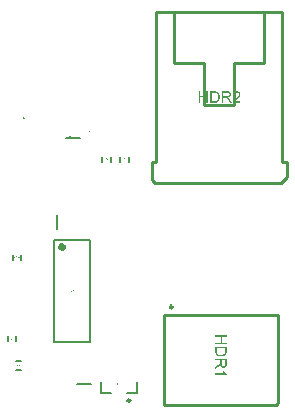
<source format=gbr>
G04 Layer_Color=65535*
%FSLAX45Y45*%
%MOMM*%
%TF.FileFunction,Legend,Top*%
%TF.Part,Single*%
G01*
G75*
%TA.AperFunction,NonConductor*%
%ADD25C,0.25400*%
%ADD26C,0.25000*%
%ADD27C,0.50000*%
%ADD28C,0.20000*%
G36*
X-1043483Y923315D02*
X-1043280D01*
X-1043026Y923265D01*
X-1042746Y923239D01*
X-1042467Y923188D01*
X-1041806Y923036D01*
X-1041146Y922807D01*
X-1040790Y922655D01*
X-1040460Y922503D01*
X-1040105Y922299D01*
X-1039800Y922071D01*
X-1039774Y922045D01*
X-1039724Y922020D01*
X-1039647Y921944D01*
X-1039520Y921842D01*
X-1039393Y921715D01*
X-1039241Y921563D01*
X-1039063Y921385D01*
X-1038885Y921182D01*
X-1038682Y920928D01*
X-1038504Y920674D01*
X-1038301Y920394D01*
X-1038098Y920090D01*
X-1037742Y919378D01*
X-1037463Y918591D01*
X-1039571Y918083D01*
Y918108D01*
X-1039597Y918159D01*
X-1039622Y918261D01*
X-1039673Y918362D01*
X-1039749Y918515D01*
X-1039825Y918693D01*
X-1040003Y919074D01*
X-1040232Y919505D01*
X-1040536Y919937D01*
X-1040867Y920318D01*
X-1041248Y920674D01*
X-1041298Y920699D01*
X-1041451Y920801D01*
X-1041679Y920928D01*
X-1041984Y921080D01*
X-1042365Y921233D01*
X-1042822Y921360D01*
X-1043356Y921461D01*
X-1043940Y921487D01*
X-1044118D01*
X-1044245Y921461D01*
X-1044423D01*
X-1044600Y921436D01*
X-1045032Y921385D01*
X-1045540Y921258D01*
X-1046048Y921106D01*
X-1046582Y920877D01*
X-1047090Y920572D01*
X-1047115D01*
X-1047140Y920521D01*
X-1047293Y920420D01*
X-1047521Y920217D01*
X-1047775Y919937D01*
X-1048055Y919582D01*
X-1048360Y919175D01*
X-1048614Y918693D01*
X-1048842Y918159D01*
Y918134D01*
X-1048868Y918083D01*
X-1048893Y918007D01*
X-1048918Y917905D01*
X-1048969Y917753D01*
X-1048995Y917600D01*
X-1049096Y917219D01*
X-1049198Y916737D01*
X-1049274Y916203D01*
X-1049325Y915645D01*
X-1049350Y915035D01*
Y915010D01*
Y914933D01*
Y914832D01*
Y914679D01*
X-1049325Y914502D01*
Y914298D01*
X-1049299Y914070D01*
X-1049274Y913816D01*
X-1049198Y913257D01*
X-1049096Y912647D01*
X-1048969Y912038D01*
X-1048766Y911428D01*
Y911403D01*
X-1048741Y911352D01*
X-1048690Y911276D01*
X-1048639Y911174D01*
X-1048512Y910895D01*
X-1048309Y910565D01*
X-1048029Y910184D01*
X-1047725Y909803D01*
X-1047344Y909447D01*
X-1046886Y909117D01*
X-1046861D01*
X-1046836Y909091D01*
X-1046759Y909041D01*
X-1046658Y908990D01*
X-1046404Y908888D01*
X-1046048Y908736D01*
X-1045642Y908609D01*
X-1045159Y908482D01*
X-1044651Y908380D01*
X-1044118Y908355D01*
X-1043940D01*
X-1043813Y908380D01*
X-1043661D01*
X-1043483Y908406D01*
X-1043051Y908482D01*
X-1042568Y908609D01*
X-1042060Y908787D01*
X-1041552Y909041D01*
X-1041070Y909396D01*
X-1041044Y909422D01*
X-1041019Y909447D01*
X-1040867Y909599D01*
X-1040638Y909828D01*
X-1040384Y910184D01*
X-1040079Y910615D01*
X-1039800Y911123D01*
X-1039546Y911758D01*
X-1039343Y912470D01*
X-1037184Y911936D01*
Y911911D01*
X-1037209Y911809D01*
X-1037260Y911682D01*
X-1037311Y911504D01*
X-1037387Y911276D01*
X-1037488Y911022D01*
X-1037615Y910742D01*
X-1037742Y910438D01*
X-1038098Y909777D01*
X-1038504Y909091D01*
X-1039038Y908456D01*
X-1039317Y908152D01*
X-1039647Y907872D01*
X-1039673Y907847D01*
X-1039724Y907821D01*
X-1039825Y907745D01*
X-1039952Y907669D01*
X-1040130Y907567D01*
X-1040333Y907440D01*
X-1040562Y907313D01*
X-1040841Y907186D01*
X-1041146Y907059D01*
X-1041476Y906932D01*
X-1041806Y906831D01*
X-1042187Y906704D01*
X-1043026Y906551D01*
X-1043483Y906526D01*
X-1043940Y906501D01*
X-1044194D01*
X-1044372Y906526D01*
X-1044600D01*
X-1044854Y906551D01*
X-1045134Y906602D01*
X-1045464Y906628D01*
X-1046124Y906755D01*
X-1046836Y906958D01*
X-1047547Y907212D01*
X-1048207Y907567D01*
X-1048233Y907593D01*
X-1048283Y907618D01*
X-1048360Y907669D01*
X-1048487Y907771D01*
X-1048766Y908025D01*
X-1049147Y908355D01*
X-1049553Y908787D01*
X-1049960Y909320D01*
X-1050366Y909955D01*
X-1050722Y910666D01*
Y910692D01*
X-1050747Y910768D01*
X-1050798Y910869D01*
X-1050849Y911022D01*
X-1050925Y911200D01*
X-1050976Y911428D01*
X-1051052Y911682D01*
X-1051128Y911987D01*
X-1051230Y912292D01*
X-1051306Y912622D01*
X-1051433Y913359D01*
X-1051535Y914171D01*
X-1051560Y915035D01*
Y915060D01*
Y915137D01*
Y915289D01*
X-1051535Y915467D01*
Y915670D01*
X-1051509Y915949D01*
X-1051484Y916229D01*
X-1051433Y916534D01*
X-1051331Y917219D01*
X-1051154Y917981D01*
X-1050925Y918718D01*
X-1050595Y919455D01*
Y919480D01*
X-1050544Y919531D01*
X-1050493Y919632D01*
X-1050417Y919759D01*
X-1050315Y919937D01*
X-1050188Y920115D01*
X-1049884Y920521D01*
X-1049503Y921004D01*
X-1049020Y921487D01*
X-1048487Y921944D01*
X-1047852Y922350D01*
X-1047826D01*
X-1047775Y922401D01*
X-1047674Y922452D01*
X-1047547Y922503D01*
X-1047369Y922579D01*
X-1047166Y922655D01*
X-1046937Y922757D01*
X-1046683Y922858D01*
X-1046099Y923036D01*
X-1045413Y923188D01*
X-1044677Y923290D01*
X-1043889Y923341D01*
X-1043661D01*
X-1043483Y923315D01*
D02*
G37*
G36*
X-629793Y1451356D02*
X-629590D01*
X-629107Y1451331D01*
X-628574Y1451280D01*
X-628040Y1451178D01*
X-627507Y1451077D01*
X-627050Y1450924D01*
X-627024D01*
X-626999Y1450899D01*
X-626872Y1450848D01*
X-626643Y1450721D01*
X-626389Y1450569D01*
X-626110Y1450365D01*
X-625805Y1450086D01*
X-625500Y1449756D01*
X-625221Y1449375D01*
X-625196Y1449324D01*
X-625119Y1449172D01*
X-624992Y1448968D01*
X-624865Y1448664D01*
X-624764Y1448308D01*
X-624637Y1447876D01*
X-624561Y1447419D01*
X-624535Y1446936D01*
Y1446911D01*
Y1446860D01*
Y1446759D01*
X-624561Y1446657D01*
Y1446505D01*
X-624586Y1446327D01*
X-624688Y1445920D01*
X-624815Y1445463D01*
X-625018Y1444981D01*
X-625297Y1444473D01*
X-625475Y1444244D01*
X-625678Y1444015D01*
X-625729Y1443965D01*
X-625805Y1443914D01*
X-625881Y1443838D01*
X-626008Y1443736D01*
X-626161Y1443634D01*
X-626339Y1443507D01*
X-626516Y1443380D01*
X-626745Y1443253D01*
X-627024Y1443126D01*
X-627304Y1442999D01*
X-627609Y1442872D01*
X-627939Y1442771D01*
X-628320Y1442669D01*
X-628701Y1442593D01*
X-629133Y1442517D01*
X-629082Y1442491D01*
X-628980Y1442441D01*
X-628828Y1442364D01*
X-628650Y1442263D01*
X-628218Y1441983D01*
X-628015Y1441856D01*
X-627837Y1441704D01*
X-627786Y1441653D01*
X-627685Y1441552D01*
X-627507Y1441348D01*
X-627253Y1441094D01*
X-626999Y1440790D01*
X-626694Y1440409D01*
X-626364Y1439977D01*
X-626059Y1439520D01*
X-623240Y1435100D01*
X-625932D01*
X-628066Y1438478D01*
Y1438504D01*
X-628117Y1438554D01*
X-628167Y1438631D01*
X-628218Y1438732D01*
X-628396Y1438986D01*
X-628599Y1439316D01*
X-628853Y1439672D01*
X-629107Y1440053D01*
X-629361Y1440409D01*
X-629615Y1440713D01*
X-629641Y1440739D01*
X-629717Y1440840D01*
X-629844Y1440967D01*
X-629971Y1441145D01*
X-630326Y1441501D01*
X-630530Y1441679D01*
X-630707Y1441806D01*
X-630733Y1441831D01*
X-630784Y1441856D01*
X-630885Y1441907D01*
X-631012Y1441983D01*
X-631317Y1442136D01*
X-631698Y1442237D01*
X-631723D01*
X-631774Y1442263D01*
X-631850D01*
X-631977Y1442288D01*
X-632155Y1442314D01*
X-632358D01*
X-632612Y1442339D01*
X-635381D01*
Y1435100D01*
X-637540D01*
Y1451381D01*
X-629971D01*
X-629793Y1451356D01*
D02*
G37*
G36*
X-1357122Y604520D02*
X-1359560D01*
X-1361465Y609448D01*
X-1368298D01*
X-1370051Y604520D01*
X-1372311D01*
X-1366139Y620801D01*
X-1363751D01*
X-1357122Y604520D01*
D02*
G37*
G36*
X-762965Y1685036D02*
X-762483Y1685011D01*
X-762000Y1684960D01*
X-761543Y1684884D01*
X-761136Y1684807D01*
X-761111D01*
X-761086Y1684782D01*
X-761009D01*
X-760908Y1684757D01*
X-760654Y1684655D01*
X-760324Y1684553D01*
X-759943Y1684401D01*
X-759536Y1684198D01*
X-759130Y1683944D01*
X-758749Y1683639D01*
X-758723D01*
X-758698Y1683588D01*
X-758546Y1683436D01*
X-758317Y1683207D01*
X-758038Y1682902D01*
X-757733Y1682496D01*
X-757403Y1682013D01*
X-757098Y1681480D01*
X-756844Y1680870D01*
Y1680845D01*
X-756818Y1680794D01*
X-756793Y1680693D01*
X-756742Y1680566D01*
X-756691Y1680413D01*
X-756641Y1680210D01*
X-756564Y1680007D01*
X-756514Y1679753D01*
X-756387Y1679169D01*
X-756285Y1678534D01*
X-756209Y1677797D01*
X-756183Y1677010D01*
Y1676984D01*
Y1676933D01*
Y1676832D01*
Y1676705D01*
X-756209Y1676527D01*
Y1676349D01*
X-756234Y1675892D01*
X-756285Y1675384D01*
X-756387Y1674825D01*
X-756488Y1674266D01*
X-756641Y1673708D01*
Y1673682D01*
X-756666Y1673657D01*
X-756691Y1673581D01*
X-756717Y1673479D01*
X-756818Y1673200D01*
X-756945Y1672869D01*
X-757098Y1672514D01*
X-757301Y1672107D01*
X-757504Y1671726D01*
X-757758Y1671345D01*
X-757784Y1671295D01*
X-757885Y1671193D01*
X-758012Y1671015D01*
X-758190Y1670812D01*
X-758419Y1670558D01*
X-758647Y1670329D01*
X-758927Y1670075D01*
X-759231Y1669847D01*
X-759257Y1669821D01*
X-759384Y1669771D01*
X-759536Y1669669D01*
X-759765Y1669542D01*
X-760044Y1669415D01*
X-760374Y1669288D01*
X-760755Y1669161D01*
X-761162Y1669034D01*
X-761213D01*
X-761365Y1668983D01*
X-761594Y1668958D01*
X-761924Y1668907D01*
X-762305Y1668856D01*
X-762737Y1668831D01*
X-763245Y1668780D01*
X-769620D01*
Y1685061D01*
X-763372D01*
X-762965Y1685036D01*
D02*
G37*
G36*
X-616204Y1451432D02*
X-616001Y1451407D01*
X-615772Y1451381D01*
X-615518Y1451356D01*
X-615239Y1451305D01*
X-614629Y1451127D01*
X-614020Y1450899D01*
X-613715Y1450746D01*
X-613410Y1450569D01*
X-613131Y1450365D01*
X-612851Y1450137D01*
X-612826Y1450111D01*
X-612800Y1450086D01*
X-612724Y1450010D01*
X-612648Y1449908D01*
X-612521Y1449781D01*
X-612419Y1449629D01*
X-612165Y1449248D01*
X-611911Y1448791D01*
X-611683Y1448232D01*
X-611530Y1447622D01*
X-611505Y1447292D01*
X-611480Y1446936D01*
Y1446886D01*
Y1446759D01*
X-611505Y1446581D01*
X-611530Y1446327D01*
X-611581Y1446022D01*
X-611657Y1445717D01*
X-611759Y1445362D01*
X-611886Y1445006D01*
X-611911Y1444955D01*
X-611962Y1444854D01*
X-612064Y1444650D01*
X-612216Y1444396D01*
X-612394Y1444117D01*
X-612623Y1443787D01*
X-612902Y1443406D01*
X-613232Y1443025D01*
X-613283Y1442974D01*
X-613410Y1442847D01*
X-613639Y1442593D01*
X-613969Y1442288D01*
X-614147Y1442085D01*
X-614375Y1441856D01*
X-614629Y1441628D01*
X-614909Y1441374D01*
X-615213Y1441094D01*
X-615544Y1440815D01*
X-615925Y1440485D01*
X-616306Y1440155D01*
X-616331Y1440129D01*
X-616382Y1440078D01*
X-616483Y1440002D01*
X-616585Y1439901D01*
X-616890Y1439647D01*
X-617271Y1439316D01*
X-617652Y1438986D01*
X-618033Y1438656D01*
X-618363Y1438351D01*
X-618515Y1438199D01*
X-618617Y1438097D01*
X-618642Y1438072D01*
X-618693Y1437996D01*
X-618795Y1437894D01*
X-618922Y1437767D01*
X-619201Y1437411D01*
X-619481Y1437030D01*
X-611454D01*
Y1435100D01*
X-622249D01*
Y1435125D01*
Y1435227D01*
Y1435354D01*
X-622224Y1435532D01*
X-622198Y1435760D01*
X-622173Y1435989D01*
X-622097Y1436218D01*
X-622021Y1436472D01*
Y1436497D01*
X-621995Y1436522D01*
X-621944Y1436675D01*
X-621843Y1436878D01*
X-621690Y1437157D01*
X-621513Y1437488D01*
X-621284Y1437869D01*
X-621030Y1438250D01*
X-620700Y1438656D01*
X-620649Y1438707D01*
X-620522Y1438834D01*
X-620319Y1439062D01*
X-620039Y1439367D01*
X-619658Y1439723D01*
X-619201Y1440129D01*
X-618693Y1440586D01*
X-618084Y1441094D01*
X-618058Y1441120D01*
X-617957Y1441196D01*
X-617830Y1441298D01*
X-617652Y1441450D01*
X-617423Y1441653D01*
X-617195Y1441856D01*
X-616636Y1442339D01*
X-616026Y1442898D01*
X-615442Y1443482D01*
X-615163Y1443761D01*
X-614909Y1444041D01*
X-614680Y1444295D01*
X-614477Y1444549D01*
Y1444574D01*
X-614426Y1444600D01*
X-614401Y1444676D01*
X-614324Y1444777D01*
X-614172Y1445006D01*
X-613994Y1445336D01*
X-613842Y1445717D01*
X-613689Y1446124D01*
X-613588Y1446530D01*
X-613537Y1446962D01*
Y1446987D01*
Y1447013D01*
Y1447165D01*
X-613588Y1447394D01*
X-613639Y1447673D01*
X-613740Y1447978D01*
X-613893Y1448308D01*
X-614121Y1448638D01*
X-614401Y1448968D01*
X-614451Y1448994D01*
X-614553Y1449095D01*
X-614756Y1449222D01*
X-615010Y1449400D01*
X-615315Y1449553D01*
X-615696Y1449680D01*
X-616153Y1449781D01*
X-616636Y1449807D01*
X-616864D01*
X-617144Y1449756D01*
X-617474Y1449705D01*
X-617830Y1449603D01*
X-618211Y1449451D01*
X-618592Y1449222D01*
X-618947Y1448943D01*
X-618973Y1448892D01*
X-619074Y1448791D01*
X-619227Y1448587D01*
X-619379Y1448333D01*
X-619531Y1447978D01*
X-619684Y1447571D01*
X-619785Y1447089D01*
X-619811Y1446555D01*
X-621868Y1446759D01*
Y1446784D01*
Y1446860D01*
X-621843Y1446987D01*
X-621817Y1447140D01*
X-621767Y1447317D01*
X-621741Y1447546D01*
X-621589Y1448054D01*
X-621386Y1448613D01*
X-621106Y1449197D01*
X-620751Y1449756D01*
X-620547Y1450010D01*
X-620293Y1450238D01*
X-620268Y1450264D01*
X-620217Y1450289D01*
X-620141Y1450340D01*
X-620039Y1450442D01*
X-619887Y1450518D01*
X-619735Y1450619D01*
X-619531Y1450746D01*
X-619303Y1450848D01*
X-619049Y1450975D01*
X-618769Y1451077D01*
X-618465Y1451178D01*
X-618134Y1451280D01*
X-617398Y1451407D01*
X-617017Y1451432D01*
X-616585Y1451458D01*
X-616356D01*
X-616204Y1451432D01*
D02*
G37*
G36*
X231346Y1920240D02*
X218376D01*
Y1966196D01*
X167909D01*
Y1920240D01*
X154940D01*
Y2017791D01*
X167909D01*
Y1977756D01*
X218376D01*
Y2017791D01*
X231346D01*
Y1920240D01*
D02*
G37*
G36*
X-463982Y1451432D02*
X-463652Y1451381D01*
X-463271Y1451305D01*
X-462864Y1451204D01*
X-462432Y1451077D01*
X-462001Y1450873D01*
X-461975D01*
X-461950Y1450848D01*
X-461823Y1450772D01*
X-461620Y1450645D01*
X-461366Y1450467D01*
X-461086Y1450238D01*
X-460807Y1449959D01*
X-460527Y1449654D01*
X-460299Y1449299D01*
X-460273Y1449248D01*
X-460197Y1449121D01*
X-460096Y1448943D01*
X-459994Y1448689D01*
X-459892Y1448359D01*
X-459791Y1448003D01*
X-459715Y1447622D01*
X-459689Y1447216D01*
Y1447165D01*
Y1447038D01*
X-459715Y1446835D01*
X-459765Y1446581D01*
X-459842Y1446276D01*
X-459943Y1445946D01*
X-460070Y1445616D01*
X-460273Y1445285D01*
X-460299Y1445260D01*
X-460375Y1445133D01*
X-460502Y1444981D01*
X-460680Y1444803D01*
X-460934Y1444574D01*
X-461213Y1444346D01*
X-461543Y1444117D01*
X-461950Y1443914D01*
X-461924D01*
X-461874Y1443888D01*
X-461823D01*
X-461721Y1443838D01*
X-461442Y1443761D01*
X-461137Y1443609D01*
X-460756Y1443431D01*
X-460400Y1443177D01*
X-460045Y1442872D01*
X-459715Y1442517D01*
X-459689Y1442466D01*
X-459588Y1442339D01*
X-459461Y1442110D01*
X-459308Y1441806D01*
X-459156Y1441425D01*
X-459029Y1440967D01*
X-458927Y1440459D01*
X-458902Y1439901D01*
Y1439875D01*
Y1439799D01*
Y1439697D01*
X-458927Y1439545D01*
X-458953Y1439367D01*
X-458978Y1439139D01*
X-459029Y1438910D01*
X-459105Y1438656D01*
X-459283Y1438072D01*
X-459410Y1437792D01*
X-459562Y1437488D01*
X-459740Y1437183D01*
X-459969Y1436878D01*
X-460197Y1436573D01*
X-460477Y1436294D01*
X-460502Y1436268D01*
X-460553Y1436243D01*
X-460629Y1436167D01*
X-460756Y1436065D01*
X-460908Y1435964D01*
X-461086Y1435837D01*
X-461315Y1435684D01*
X-461543Y1435557D01*
X-461823Y1435430D01*
X-462102Y1435278D01*
X-462432Y1435151D01*
X-462788Y1435049D01*
X-463144Y1434948D01*
X-463550Y1434897D01*
X-463956Y1434846D01*
X-464388Y1434821D01*
X-464591D01*
X-464744Y1434846D01*
X-464922Y1434871D01*
X-465125Y1434897D01*
X-465633Y1434973D01*
X-466192Y1435125D01*
X-466776Y1435354D01*
X-467081Y1435506D01*
X-467385Y1435684D01*
X-467665Y1435862D01*
X-467944Y1436091D01*
X-467970Y1436116D01*
X-467995Y1436141D01*
X-468071Y1436218D01*
X-468173Y1436319D01*
X-468274Y1436446D01*
X-468401Y1436599D01*
X-468681Y1436980D01*
X-468960Y1437462D01*
X-469214Y1438021D01*
X-469417Y1438656D01*
X-469494Y1439012D01*
X-469544Y1439393D01*
X-467538Y1439647D01*
Y1439621D01*
X-467512Y1439570D01*
Y1439494D01*
X-467462Y1439367D01*
X-467385Y1439062D01*
X-467258Y1438707D01*
X-467106Y1438300D01*
X-466903Y1437894D01*
X-466674Y1437513D01*
X-466395Y1437208D01*
X-466344Y1437183D01*
X-466242Y1437107D01*
X-466065Y1436980D01*
X-465836Y1436853D01*
X-465531Y1436700D01*
X-465176Y1436599D01*
X-464795Y1436497D01*
X-464363Y1436472D01*
X-464236D01*
X-464134Y1436497D01*
X-463855Y1436522D01*
X-463525Y1436599D01*
X-463144Y1436700D01*
X-462763Y1436878D01*
X-462356Y1437107D01*
X-461975Y1437437D01*
X-461924Y1437488D01*
X-461823Y1437615D01*
X-461670Y1437818D01*
X-461493Y1438123D01*
X-461315Y1438453D01*
X-461162Y1438885D01*
X-461061Y1439342D01*
X-461010Y1439850D01*
Y1439875D01*
Y1439901D01*
Y1439977D01*
X-461035Y1440078D01*
X-461061Y1440332D01*
X-461112Y1440663D01*
X-461239Y1441018D01*
X-461391Y1441399D01*
X-461620Y1441780D01*
X-461924Y1442136D01*
X-461975Y1442187D01*
X-462077Y1442288D01*
X-462280Y1442415D01*
X-462534Y1442593D01*
X-462864Y1442745D01*
X-463271Y1442898D01*
X-463702Y1442999D01*
X-464210Y1443025D01*
X-464439D01*
X-464591Y1442999D01*
X-464795Y1442974D01*
X-465023Y1442949D01*
X-465303Y1442898D01*
X-465607Y1442822D01*
X-465379Y1444574D01*
X-465277D01*
X-465074Y1444549D01*
X-464871D01*
X-464617Y1444574D01*
X-464312Y1444625D01*
X-463956Y1444701D01*
X-463575Y1444828D01*
X-463169Y1444981D01*
X-462788Y1445209D01*
X-462737Y1445235D01*
X-462636Y1445336D01*
X-462458Y1445489D01*
X-462255Y1445717D01*
X-462077Y1445997D01*
X-461899Y1446352D01*
X-461797Y1446784D01*
X-461747Y1447267D01*
Y1447292D01*
Y1447317D01*
Y1447444D01*
X-461797Y1447648D01*
X-461848Y1447902D01*
X-461924Y1448181D01*
X-462077Y1448486D01*
X-462255Y1448791D01*
X-462509Y1449070D01*
X-462534Y1449095D01*
X-462636Y1449197D01*
X-462813Y1449299D01*
X-463017Y1449451D01*
X-463296Y1449578D01*
X-463626Y1449705D01*
X-464007Y1449781D01*
X-464414Y1449807D01*
X-464617D01*
X-464820Y1449781D01*
X-465099Y1449705D01*
X-465404Y1449629D01*
X-465734Y1449502D01*
X-466065Y1449324D01*
X-466369Y1449070D01*
X-466395Y1449045D01*
X-466496Y1448943D01*
X-466623Y1448765D01*
X-466776Y1448511D01*
X-466928Y1448206D01*
X-467106Y1447851D01*
X-467233Y1447394D01*
X-467335Y1446886D01*
X-469341Y1447241D01*
Y1447267D01*
X-469316Y1447343D01*
X-469290Y1447444D01*
X-469265Y1447571D01*
X-469214Y1447749D01*
X-469163Y1447927D01*
X-469011Y1448384D01*
X-468782Y1448892D01*
X-468503Y1449400D01*
X-468122Y1449883D01*
X-467690Y1450340D01*
X-467665Y1450365D01*
X-467639Y1450391D01*
X-467563Y1450442D01*
X-467462Y1450518D01*
X-467335Y1450594D01*
X-467182Y1450696D01*
X-466801Y1450899D01*
X-466344Y1451102D01*
X-465785Y1451280D01*
X-465150Y1451407D01*
X-464820Y1451458D01*
X-464236D01*
X-463982Y1451432D01*
D02*
G37*
G36*
X-1027836Y906780D02*
X-1029843D01*
Y919505D01*
X-1029868Y919480D01*
X-1029970Y919378D01*
X-1030148Y919251D01*
X-1030351Y919074D01*
X-1030630Y918870D01*
X-1030961Y918642D01*
X-1031342Y918388D01*
X-1031748Y918134D01*
X-1031799Y918108D01*
X-1031951Y918032D01*
X-1032154Y917905D01*
X-1032434Y917753D01*
X-1032764Y917575D01*
X-1033120Y917397D01*
X-1033475Y917245D01*
X-1033831Y917092D01*
Y919048D01*
X-1033805D01*
X-1033755Y919074D01*
X-1033678Y919124D01*
X-1033551Y919201D01*
X-1033399Y919277D01*
X-1033247Y919353D01*
X-1032840Y919582D01*
X-1032408Y919861D01*
X-1031900Y920191D01*
X-1031418Y920547D01*
X-1030935Y920953D01*
X-1030910Y920979D01*
X-1030884Y921004D01*
X-1030732Y921156D01*
X-1030503Y921360D01*
X-1030224Y921639D01*
X-1029945Y921969D01*
X-1029640Y922350D01*
X-1029360Y922731D01*
X-1029132Y923138D01*
X-1027836D01*
Y906780D01*
D02*
G37*
G36*
X-477393Y1451356D02*
X-477190D01*
X-476707Y1451331D01*
X-476174Y1451280D01*
X-475640Y1451178D01*
X-475107Y1451077D01*
X-474650Y1450924D01*
X-474624D01*
X-474599Y1450899D01*
X-474472Y1450848D01*
X-474243Y1450721D01*
X-473989Y1450569D01*
X-473710Y1450365D01*
X-473405Y1450086D01*
X-473100Y1449756D01*
X-472821Y1449375D01*
X-472796Y1449324D01*
X-472719Y1449172D01*
X-472592Y1448968D01*
X-472465Y1448664D01*
X-472364Y1448308D01*
X-472237Y1447876D01*
X-472161Y1447419D01*
X-472135Y1446936D01*
Y1446911D01*
Y1446860D01*
Y1446759D01*
X-472161Y1446657D01*
Y1446505D01*
X-472186Y1446327D01*
X-472288Y1445920D01*
X-472415Y1445463D01*
X-472618Y1444981D01*
X-472897Y1444473D01*
X-473075Y1444244D01*
X-473278Y1444015D01*
X-473329Y1443965D01*
X-473405Y1443914D01*
X-473481Y1443838D01*
X-473608Y1443736D01*
X-473761Y1443634D01*
X-473939Y1443507D01*
X-474116Y1443380D01*
X-474345Y1443253D01*
X-474624Y1443126D01*
X-474904Y1442999D01*
X-475209Y1442872D01*
X-475539Y1442771D01*
X-475920Y1442669D01*
X-476301Y1442593D01*
X-476733Y1442517D01*
X-476682Y1442491D01*
X-476580Y1442441D01*
X-476428Y1442364D01*
X-476250Y1442263D01*
X-475818Y1441983D01*
X-475615Y1441856D01*
X-475437Y1441704D01*
X-475386Y1441653D01*
X-475285Y1441552D01*
X-475107Y1441348D01*
X-474853Y1441094D01*
X-474599Y1440790D01*
X-474294Y1440409D01*
X-473964Y1439977D01*
X-473659Y1439520D01*
X-470840Y1435100D01*
X-473532D01*
X-475666Y1438478D01*
Y1438504D01*
X-475717Y1438554D01*
X-475767Y1438631D01*
X-475818Y1438732D01*
X-475996Y1438986D01*
X-476199Y1439316D01*
X-476453Y1439672D01*
X-476707Y1440053D01*
X-476961Y1440409D01*
X-477215Y1440713D01*
X-477241Y1440739D01*
X-477317Y1440840D01*
X-477444Y1440967D01*
X-477571Y1441145D01*
X-477926Y1441501D01*
X-478130Y1441679D01*
X-478307Y1441806D01*
X-478333Y1441831D01*
X-478384Y1441856D01*
X-478485Y1441907D01*
X-478612Y1441983D01*
X-478917Y1442136D01*
X-479298Y1442237D01*
X-479323D01*
X-479374Y1442263D01*
X-479450D01*
X-479577Y1442288D01*
X-479755Y1442314D01*
X-479958D01*
X-480212Y1442339D01*
X-482981D01*
Y1435100D01*
X-485140D01*
Y1451381D01*
X-477571D01*
X-477393Y1451356D01*
D02*
G37*
G36*
X-1390904Y620852D02*
X-1390701Y620827D01*
X-1390472Y620801D01*
X-1390218Y620776D01*
X-1389939Y620725D01*
X-1389329Y620547D01*
X-1388720Y620319D01*
X-1388415Y620166D01*
X-1388110Y619989D01*
X-1387831Y619785D01*
X-1387551Y619557D01*
X-1387526Y619531D01*
X-1387500Y619506D01*
X-1387424Y619430D01*
X-1387348Y619328D01*
X-1387221Y619201D01*
X-1387119Y619049D01*
X-1386865Y618668D01*
X-1386611Y618211D01*
X-1386383Y617652D01*
X-1386230Y617042D01*
X-1386205Y616712D01*
X-1386180Y616356D01*
Y616306D01*
Y616179D01*
X-1386205Y616001D01*
X-1386230Y615747D01*
X-1386281Y615442D01*
X-1386357Y615137D01*
X-1386459Y614782D01*
X-1386586Y614426D01*
X-1386611Y614375D01*
X-1386662Y614274D01*
X-1386764Y614070D01*
X-1386916Y613816D01*
X-1387094Y613537D01*
X-1387323Y613207D01*
X-1387602Y612826D01*
X-1387932Y612445D01*
X-1387983Y612394D01*
X-1388110Y612267D01*
X-1388339Y612013D01*
X-1388669Y611708D01*
X-1388847Y611505D01*
X-1389075Y611276D01*
X-1389329Y611048D01*
X-1389609Y610794D01*
X-1389913Y610514D01*
X-1390244Y610235D01*
X-1390625Y609905D01*
X-1391006Y609575D01*
X-1391031Y609549D01*
X-1391082Y609498D01*
X-1391183Y609422D01*
X-1391285Y609321D01*
X-1391590Y609067D01*
X-1391971Y608736D01*
X-1392352Y608406D01*
X-1392733Y608076D01*
X-1393063Y607771D01*
X-1393215Y607619D01*
X-1393317Y607517D01*
X-1393342Y607492D01*
X-1393393Y607416D01*
X-1393495Y607314D01*
X-1393622Y607187D01*
X-1393901Y606831D01*
X-1394181Y606450D01*
X-1386154D01*
Y604520D01*
X-1396949D01*
Y604545D01*
Y604647D01*
Y604774D01*
X-1396924Y604952D01*
X-1396898Y605180D01*
X-1396873Y605409D01*
X-1396797Y605638D01*
X-1396721Y605892D01*
Y605917D01*
X-1396695Y605942D01*
X-1396644Y606095D01*
X-1396543Y606298D01*
X-1396390Y606577D01*
X-1396213Y606908D01*
X-1395984Y607289D01*
X-1395730Y607670D01*
X-1395400Y608076D01*
X-1395349Y608127D01*
X-1395222Y608254D01*
X-1395019Y608482D01*
X-1394739Y608787D01*
X-1394358Y609143D01*
X-1393901Y609549D01*
X-1393393Y610006D01*
X-1392784Y610514D01*
X-1392758Y610540D01*
X-1392657Y610616D01*
X-1392530Y610718D01*
X-1392352Y610870D01*
X-1392123Y611073D01*
X-1391895Y611276D01*
X-1391336Y611759D01*
X-1390726Y612318D01*
X-1390142Y612902D01*
X-1389863Y613181D01*
X-1389609Y613461D01*
X-1389380Y613715D01*
X-1389177Y613969D01*
Y613994D01*
X-1389126Y614020D01*
X-1389101Y614096D01*
X-1389024Y614197D01*
X-1388872Y614426D01*
X-1388694Y614756D01*
X-1388542Y615137D01*
X-1388389Y615544D01*
X-1388288Y615950D01*
X-1388237Y616382D01*
Y616407D01*
Y616433D01*
Y616585D01*
X-1388288Y616814D01*
X-1388339Y617093D01*
X-1388440Y617398D01*
X-1388593Y617728D01*
X-1388821Y618058D01*
X-1389101Y618388D01*
X-1389151Y618414D01*
X-1389253Y618515D01*
X-1389456Y618642D01*
X-1389710Y618820D01*
X-1390015Y618973D01*
X-1390396Y619100D01*
X-1390853Y619201D01*
X-1391336Y619227D01*
X-1391564D01*
X-1391844Y619176D01*
X-1392174Y619125D01*
X-1392530Y619023D01*
X-1392911Y618871D01*
X-1393292Y618642D01*
X-1393647Y618363D01*
X-1393673Y618312D01*
X-1393774Y618211D01*
X-1393927Y618007D01*
X-1394079Y617753D01*
X-1394231Y617398D01*
X-1394384Y616991D01*
X-1394485Y616509D01*
X-1394511Y615975D01*
X-1396568Y616179D01*
Y616204D01*
Y616280D01*
X-1396543Y616407D01*
X-1396517Y616560D01*
X-1396467Y616737D01*
X-1396441Y616966D01*
X-1396289Y617474D01*
X-1396086Y618033D01*
X-1395806Y618617D01*
X-1395451Y619176D01*
X-1395247Y619430D01*
X-1394993Y619658D01*
X-1394968Y619684D01*
X-1394917Y619709D01*
X-1394841Y619760D01*
X-1394739Y619862D01*
X-1394587Y619938D01*
X-1394435Y620039D01*
X-1394231Y620166D01*
X-1394003Y620268D01*
X-1393749Y620395D01*
X-1393469Y620497D01*
X-1393165Y620598D01*
X-1392834Y620700D01*
X-1392098Y620827D01*
X-1391717Y620852D01*
X-1391285Y620878D01*
X-1391056D01*
X-1390904Y620852D01*
D02*
G37*
G36*
X-884682Y1620520D02*
X-887120D01*
X-889025Y1625448D01*
X-895858D01*
X-897611Y1620520D01*
X-899871D01*
X-893699Y1636801D01*
X-891311D01*
X-884682Y1620520D01*
D02*
G37*
G36*
X-899617Y1615999D02*
X-912876D01*
Y1617447D01*
X-899617D01*
Y1615999D01*
D02*
G37*
G36*
X-932053Y1636776D02*
X-931850D01*
X-931367Y1636751D01*
X-930834Y1636700D01*
X-930300Y1636598D01*
X-929767Y1636497D01*
X-929310Y1636344D01*
X-929284D01*
X-929259Y1636319D01*
X-929132Y1636268D01*
X-928903Y1636141D01*
X-928649Y1635989D01*
X-928370Y1635785D01*
X-928065Y1635506D01*
X-927760Y1635176D01*
X-927481Y1634795D01*
X-927456Y1634744D01*
X-927379Y1634592D01*
X-927252Y1634388D01*
X-927125Y1634084D01*
X-927024Y1633728D01*
X-926897Y1633296D01*
X-926821Y1632839D01*
X-926795Y1632356D01*
Y1632331D01*
Y1632280D01*
Y1632179D01*
X-926821Y1632077D01*
Y1631925D01*
X-926846Y1631747D01*
X-926948Y1631340D01*
X-927075Y1630883D01*
X-927278Y1630401D01*
X-927557Y1629893D01*
X-927735Y1629664D01*
X-927938Y1629435D01*
X-927989Y1629385D01*
X-928065Y1629334D01*
X-928141Y1629258D01*
X-928268Y1629156D01*
X-928421Y1629054D01*
X-928599Y1628927D01*
X-928776Y1628800D01*
X-929005Y1628673D01*
X-929284Y1628546D01*
X-929564Y1628419D01*
X-929869Y1628292D01*
X-930199Y1628191D01*
X-930580Y1628089D01*
X-930961Y1628013D01*
X-931393Y1627937D01*
X-931342Y1627911D01*
X-931240Y1627861D01*
X-931088Y1627784D01*
X-930910Y1627683D01*
X-930478Y1627403D01*
X-930275Y1627276D01*
X-930097Y1627124D01*
X-930046Y1627073D01*
X-929945Y1626972D01*
X-929767Y1626768D01*
X-929513Y1626514D01*
X-929259Y1626210D01*
X-928954Y1625829D01*
X-928624Y1625397D01*
X-928319Y1624940D01*
X-925500Y1620520D01*
X-928192D01*
X-930326Y1623898D01*
Y1623924D01*
X-930377Y1623974D01*
X-930427Y1624051D01*
X-930478Y1624152D01*
X-930656Y1624406D01*
X-930859Y1624736D01*
X-931113Y1625092D01*
X-931367Y1625473D01*
X-931621Y1625829D01*
X-931875Y1626133D01*
X-931901Y1626159D01*
X-931977Y1626260D01*
X-932104Y1626387D01*
X-932231Y1626565D01*
X-932586Y1626921D01*
X-932790Y1627099D01*
X-932967Y1627226D01*
X-932993Y1627251D01*
X-933044Y1627276D01*
X-933145Y1627327D01*
X-933272Y1627403D01*
X-933577Y1627556D01*
X-933958Y1627657D01*
X-933983D01*
X-934034Y1627683D01*
X-934110D01*
X-934237Y1627708D01*
X-934415Y1627734D01*
X-934618D01*
X-934872Y1627759D01*
X-937641D01*
Y1620520D01*
X-939800D01*
Y1636801D01*
X-932231D01*
X-932053Y1636776D01*
D02*
G37*
G36*
X-916711Y1620520D02*
X-918718D01*
Y1633245D01*
X-918743Y1633220D01*
X-918845Y1633118D01*
X-919023Y1632991D01*
X-919226Y1632814D01*
X-919505Y1632610D01*
X-919836Y1632382D01*
X-920217Y1632128D01*
X-920623Y1631874D01*
X-920674Y1631848D01*
X-920826Y1631772D01*
X-921029Y1631645D01*
X-921309Y1631493D01*
X-921639Y1631315D01*
X-921995Y1631137D01*
X-922350Y1630985D01*
X-922706Y1630832D01*
Y1632788D01*
X-922680D01*
X-922630Y1632814D01*
X-922553Y1632864D01*
X-922426Y1632941D01*
X-922274Y1633017D01*
X-922122Y1633093D01*
X-921715Y1633322D01*
X-921283Y1633601D01*
X-920775Y1633931D01*
X-920293Y1634287D01*
X-919810Y1634693D01*
X-919785Y1634719D01*
X-919759Y1634744D01*
X-919607Y1634896D01*
X-919378Y1635100D01*
X-919099Y1635379D01*
X-918820Y1635709D01*
X-918515Y1636090D01*
X-918235Y1636471D01*
X-918007Y1636878D01*
X-916711D01*
Y1620520D01*
D02*
G37*
G36*
X-817753Y-448564D02*
X-817550D01*
X-817067Y-448589D01*
X-816534Y-448640D01*
X-816000Y-448742D01*
X-815467Y-448843D01*
X-815010Y-448996D01*
X-814984D01*
X-814959Y-449021D01*
X-814832Y-449072D01*
X-814603Y-449199D01*
X-814349Y-449351D01*
X-814070Y-449555D01*
X-813765Y-449834D01*
X-813460Y-450164D01*
X-813181Y-450545D01*
X-813156Y-450596D01*
X-813079Y-450748D01*
X-812952Y-450952D01*
X-812825Y-451256D01*
X-812724Y-451612D01*
X-812597Y-452044D01*
X-812521Y-452501D01*
X-812495Y-452984D01*
Y-453009D01*
Y-453060D01*
Y-453161D01*
X-812521Y-453263D01*
Y-453415D01*
X-812546Y-453593D01*
X-812648Y-454000D01*
X-812775Y-454457D01*
X-812978Y-454939D01*
X-813257Y-455447D01*
X-813435Y-455676D01*
X-813638Y-455905D01*
X-813689Y-455955D01*
X-813765Y-456006D01*
X-813841Y-456082D01*
X-813968Y-456184D01*
X-814121Y-456286D01*
X-814299Y-456413D01*
X-814476Y-456540D01*
X-814705Y-456667D01*
X-814984Y-456794D01*
X-815264Y-456921D01*
X-815569Y-457048D01*
X-815899Y-457149D01*
X-816280Y-457251D01*
X-816661Y-457327D01*
X-817093Y-457403D01*
X-817042Y-457429D01*
X-816940Y-457479D01*
X-816788Y-457556D01*
X-816610Y-457657D01*
X-816178Y-457937D01*
X-815975Y-458064D01*
X-815797Y-458216D01*
X-815746Y-458267D01*
X-815645Y-458368D01*
X-815467Y-458572D01*
X-815213Y-458826D01*
X-814959Y-459130D01*
X-814654Y-459511D01*
X-814324Y-459943D01*
X-814019Y-460400D01*
X-811200Y-464820D01*
X-813892D01*
X-816026Y-461442D01*
Y-461416D01*
X-816077Y-461366D01*
X-816127Y-461289D01*
X-816178Y-461188D01*
X-816356Y-460934D01*
X-816559Y-460604D01*
X-816813Y-460248D01*
X-817067Y-459867D01*
X-817321Y-459511D01*
X-817575Y-459207D01*
X-817601Y-459181D01*
X-817677Y-459080D01*
X-817804Y-458953D01*
X-817931Y-458775D01*
X-818286Y-458419D01*
X-818490Y-458241D01*
X-818667Y-458114D01*
X-818693Y-458089D01*
X-818744Y-458064D01*
X-818845Y-458013D01*
X-818972Y-457937D01*
X-819277Y-457784D01*
X-819658Y-457683D01*
X-819683D01*
X-819734Y-457657D01*
X-819810D01*
X-819937Y-457632D01*
X-820115Y-457606D01*
X-820318D01*
X-820572Y-457581D01*
X-823341D01*
Y-464820D01*
X-825500D01*
Y-448539D01*
X-817931D01*
X-817753Y-448564D01*
D02*
G37*
G36*
X-1372057Y599999D02*
X-1385316D01*
Y601447D01*
X-1372057D01*
Y599999D01*
D02*
G37*
G36*
X-1404493Y620776D02*
X-1404290D01*
X-1403807Y620751D01*
X-1403274Y620700D01*
X-1402740Y620598D01*
X-1402207Y620497D01*
X-1401750Y620344D01*
X-1401724D01*
X-1401699Y620319D01*
X-1401572Y620268D01*
X-1401343Y620141D01*
X-1401089Y619989D01*
X-1400810Y619785D01*
X-1400505Y619506D01*
X-1400200Y619176D01*
X-1399921Y618795D01*
X-1399896Y618744D01*
X-1399819Y618592D01*
X-1399692Y618388D01*
X-1399565Y618084D01*
X-1399464Y617728D01*
X-1399337Y617296D01*
X-1399261Y616839D01*
X-1399235Y616356D01*
Y616331D01*
Y616280D01*
Y616179D01*
X-1399261Y616077D01*
Y615925D01*
X-1399286Y615747D01*
X-1399388Y615340D01*
X-1399515Y614883D01*
X-1399718Y614401D01*
X-1399997Y613893D01*
X-1400175Y613664D01*
X-1400378Y613435D01*
X-1400429Y613385D01*
X-1400505Y613334D01*
X-1400581Y613258D01*
X-1400708Y613156D01*
X-1400861Y613054D01*
X-1401039Y612927D01*
X-1401216Y612800D01*
X-1401445Y612673D01*
X-1401724Y612546D01*
X-1402004Y612419D01*
X-1402309Y612292D01*
X-1402639Y612191D01*
X-1403020Y612089D01*
X-1403401Y612013D01*
X-1403833Y611937D01*
X-1403782Y611911D01*
X-1403680Y611861D01*
X-1403528Y611784D01*
X-1403350Y611683D01*
X-1402918Y611403D01*
X-1402715Y611276D01*
X-1402537Y611124D01*
X-1402486Y611073D01*
X-1402385Y610972D01*
X-1402207Y610768D01*
X-1401953Y610514D01*
X-1401699Y610210D01*
X-1401394Y609829D01*
X-1401064Y609397D01*
X-1400759Y608940D01*
X-1397940Y604520D01*
X-1400632D01*
X-1402766Y607898D01*
Y607924D01*
X-1402817Y607974D01*
X-1402867Y608051D01*
X-1402918Y608152D01*
X-1403096Y608406D01*
X-1403299Y608736D01*
X-1403553Y609092D01*
X-1403807Y609473D01*
X-1404061Y609829D01*
X-1404315Y610133D01*
X-1404341Y610159D01*
X-1404417Y610260D01*
X-1404544Y610387D01*
X-1404671Y610565D01*
X-1405026Y610921D01*
X-1405230Y611099D01*
X-1405407Y611226D01*
X-1405433Y611251D01*
X-1405484Y611276D01*
X-1405585Y611327D01*
X-1405712Y611403D01*
X-1406017Y611556D01*
X-1406398Y611657D01*
X-1406423D01*
X-1406474Y611683D01*
X-1406550D01*
X-1406677Y611708D01*
X-1406855Y611734D01*
X-1407058D01*
X-1407312Y611759D01*
X-1410081D01*
Y604520D01*
X-1412240D01*
Y620801D01*
X-1404671D01*
X-1404493Y620776D01*
D02*
G37*
G36*
X-802411Y-464820D02*
X-804418D01*
Y-452095D01*
X-804443Y-452120D01*
X-804545Y-452222D01*
X-804723Y-452349D01*
X-804926Y-452526D01*
X-805205Y-452730D01*
X-805536Y-452958D01*
X-805917Y-453212D01*
X-806323Y-453466D01*
X-806374Y-453492D01*
X-806526Y-453568D01*
X-806729Y-453695D01*
X-807009Y-453847D01*
X-807339Y-454025D01*
X-807695Y-454203D01*
X-808050Y-454355D01*
X-808406Y-454508D01*
Y-452552D01*
X-808380D01*
X-808330Y-452526D01*
X-808253Y-452476D01*
X-808126Y-452399D01*
X-807974Y-452323D01*
X-807822Y-452247D01*
X-807415Y-452018D01*
X-806983Y-451739D01*
X-806475Y-451409D01*
X-805993Y-451053D01*
X-805510Y-450647D01*
X-805485Y-450621D01*
X-805459Y-450596D01*
X-805307Y-450444D01*
X-805078Y-450240D01*
X-804799Y-449961D01*
X-804520Y-449631D01*
X-804215Y-449250D01*
X-803935Y-448869D01*
X-803707Y-448462D01*
X-802411D01*
Y-464820D01*
D02*
G37*
G36*
X-746506Y1668780D02*
X-748513D01*
Y1681505D01*
X-748538Y1681480D01*
X-748640Y1681378D01*
X-748817Y1681251D01*
X-749021Y1681074D01*
X-749300Y1680870D01*
X-749630Y1680642D01*
X-750011Y1680388D01*
X-750418Y1680134D01*
X-750468Y1680108D01*
X-750621Y1680032D01*
X-750824Y1679905D01*
X-751103Y1679753D01*
X-751434Y1679575D01*
X-751789Y1679397D01*
X-752145Y1679245D01*
X-752500Y1679092D01*
Y1681048D01*
X-752475D01*
X-752424Y1681074D01*
X-752348Y1681124D01*
X-752221Y1681201D01*
X-752069Y1681277D01*
X-751916Y1681353D01*
X-751510Y1681582D01*
X-751078Y1681861D01*
X-750570Y1682191D01*
X-750087Y1682547D01*
X-749605Y1682953D01*
X-749579Y1682979D01*
X-749554Y1683004D01*
X-749402Y1683156D01*
X-749173Y1683360D01*
X-748894Y1683639D01*
X-748614Y1683969D01*
X-748309Y1684350D01*
X-748030Y1684731D01*
X-747801Y1685138D01*
X-746506D01*
Y1668780D01*
D02*
G37*
G36*
X-512242Y-456108D02*
X-511912Y-456159D01*
X-511531Y-456235D01*
X-511124Y-456336D01*
X-510692Y-456463D01*
X-510261Y-456667D01*
X-510235D01*
X-510210Y-456692D01*
X-510083Y-456768D01*
X-509880Y-456895D01*
X-509626Y-457073D01*
X-509346Y-457302D01*
X-509067Y-457581D01*
X-508787Y-457886D01*
X-508559Y-458241D01*
X-508533Y-458292D01*
X-508457Y-458419D01*
X-508356Y-458597D01*
X-508254Y-458851D01*
X-508152Y-459181D01*
X-508051Y-459537D01*
X-507975Y-459918D01*
X-507949Y-460324D01*
Y-460375D01*
Y-460502D01*
X-507975Y-460705D01*
X-508025Y-460959D01*
X-508102Y-461264D01*
X-508203Y-461594D01*
X-508330Y-461924D01*
X-508533Y-462255D01*
X-508559Y-462280D01*
X-508635Y-462407D01*
X-508762Y-462559D01*
X-508940Y-462737D01*
X-509194Y-462966D01*
X-509473Y-463194D01*
X-509803Y-463423D01*
X-510210Y-463626D01*
X-510184D01*
X-510134Y-463652D01*
X-510083D01*
X-509981Y-463702D01*
X-509702Y-463779D01*
X-509397Y-463931D01*
X-509016Y-464109D01*
X-508660Y-464363D01*
X-508305Y-464668D01*
X-507975Y-465023D01*
X-507949Y-465074D01*
X-507848Y-465201D01*
X-507721Y-465430D01*
X-507568Y-465734D01*
X-507416Y-466115D01*
X-507289Y-466573D01*
X-507187Y-467081D01*
X-507162Y-467639D01*
Y-467665D01*
Y-467741D01*
Y-467843D01*
X-507187Y-467995D01*
X-507213Y-468173D01*
X-507238Y-468401D01*
X-507289Y-468630D01*
X-507365Y-468884D01*
X-507543Y-469468D01*
X-507670Y-469748D01*
X-507822Y-470052D01*
X-508000Y-470357D01*
X-508229Y-470662D01*
X-508457Y-470967D01*
X-508737Y-471246D01*
X-508762Y-471272D01*
X-508813Y-471297D01*
X-508889Y-471373D01*
X-509016Y-471475D01*
X-509168Y-471576D01*
X-509346Y-471703D01*
X-509575Y-471856D01*
X-509803Y-471983D01*
X-510083Y-472110D01*
X-510362Y-472262D01*
X-510692Y-472389D01*
X-511048Y-472491D01*
X-511404Y-472592D01*
X-511810Y-472643D01*
X-512216Y-472694D01*
X-512648Y-472719D01*
X-512851D01*
X-513004Y-472694D01*
X-513182Y-472669D01*
X-513385Y-472643D01*
X-513893Y-472567D01*
X-514452Y-472415D01*
X-515036Y-472186D01*
X-515341Y-472034D01*
X-515645Y-471856D01*
X-515925Y-471678D01*
X-516204Y-471449D01*
X-516230Y-471424D01*
X-516255Y-471399D01*
X-516331Y-471322D01*
X-516433Y-471221D01*
X-516534Y-471094D01*
X-516661Y-470941D01*
X-516941Y-470560D01*
X-517220Y-470078D01*
X-517474Y-469519D01*
X-517677Y-468884D01*
X-517754Y-468528D01*
X-517804Y-468147D01*
X-515798Y-467893D01*
Y-467919D01*
X-515772Y-467970D01*
Y-468046D01*
X-515722Y-468173D01*
X-515645Y-468478D01*
X-515518Y-468833D01*
X-515366Y-469240D01*
X-515163Y-469646D01*
X-514934Y-470027D01*
X-514655Y-470332D01*
X-514604Y-470357D01*
X-514502Y-470433D01*
X-514325Y-470560D01*
X-514096Y-470687D01*
X-513791Y-470840D01*
X-513436Y-470941D01*
X-513055Y-471043D01*
X-512623Y-471068D01*
X-512496D01*
X-512394Y-471043D01*
X-512115Y-471018D01*
X-511785Y-470941D01*
X-511404Y-470840D01*
X-511023Y-470662D01*
X-510616Y-470433D01*
X-510235Y-470103D01*
X-510184Y-470052D01*
X-510083Y-469925D01*
X-509930Y-469722D01*
X-509753Y-469417D01*
X-509575Y-469087D01*
X-509422Y-468655D01*
X-509321Y-468198D01*
X-509270Y-467690D01*
Y-467665D01*
Y-467639D01*
Y-467563D01*
X-509295Y-467462D01*
X-509321Y-467208D01*
X-509372Y-466877D01*
X-509499Y-466522D01*
X-509651Y-466141D01*
X-509880Y-465760D01*
X-510184Y-465404D01*
X-510235Y-465353D01*
X-510337Y-465252D01*
X-510540Y-465125D01*
X-510794Y-464947D01*
X-511124Y-464795D01*
X-511531Y-464642D01*
X-511962Y-464541D01*
X-512470Y-464515D01*
X-512699D01*
X-512851Y-464541D01*
X-513055Y-464566D01*
X-513283Y-464591D01*
X-513563Y-464642D01*
X-513867Y-464718D01*
X-513639Y-462966D01*
X-513537D01*
X-513334Y-462991D01*
X-513131D01*
X-512877Y-462966D01*
X-512572Y-462915D01*
X-512216Y-462839D01*
X-511835Y-462712D01*
X-511429Y-462559D01*
X-511048Y-462331D01*
X-510997Y-462305D01*
X-510896Y-462204D01*
X-510718Y-462051D01*
X-510515Y-461823D01*
X-510337Y-461543D01*
X-510159Y-461188D01*
X-510057Y-460756D01*
X-510007Y-460273D01*
Y-460248D01*
Y-460223D01*
Y-460096D01*
X-510057Y-459892D01*
X-510108Y-459638D01*
X-510184Y-459359D01*
X-510337Y-459054D01*
X-510515Y-458749D01*
X-510769Y-458470D01*
X-510794Y-458445D01*
X-510896Y-458343D01*
X-511073Y-458241D01*
X-511277Y-458089D01*
X-511556Y-457962D01*
X-511886Y-457835D01*
X-512267Y-457759D01*
X-512674Y-457733D01*
X-512877D01*
X-513080Y-457759D01*
X-513359Y-457835D01*
X-513664Y-457911D01*
X-513994Y-458038D01*
X-514325Y-458216D01*
X-514629Y-458470D01*
X-514655Y-458495D01*
X-514756Y-458597D01*
X-514883Y-458775D01*
X-515036Y-459029D01*
X-515188Y-459334D01*
X-515366Y-459689D01*
X-515493Y-460146D01*
X-515595Y-460654D01*
X-517601Y-460299D01*
Y-460273D01*
X-517576Y-460197D01*
X-517550Y-460096D01*
X-517525Y-459969D01*
X-517474Y-459791D01*
X-517423Y-459613D01*
X-517271Y-459156D01*
X-517042Y-458648D01*
X-516763Y-458140D01*
X-516382Y-457657D01*
X-515950Y-457200D01*
X-515925Y-457175D01*
X-515899Y-457149D01*
X-515823Y-457098D01*
X-515722Y-457022D01*
X-515595Y-456946D01*
X-515442Y-456844D01*
X-515061Y-456641D01*
X-514604Y-456438D01*
X-514045Y-456260D01*
X-513410Y-456133D01*
X-513080Y-456082D01*
X-512496D01*
X-512242Y-456108D01*
D02*
G37*
G36*
X368085Y-347398D02*
X368367Y-347680D01*
X368508Y-348244D01*
X368931Y-348949D01*
X369354Y-349795D01*
X369918Y-350782D01*
X371328Y-353178D01*
X372878Y-355998D01*
X374852Y-358817D01*
X377107Y-361777D01*
X379504Y-364738D01*
X379645Y-364879D01*
X379786Y-365020D01*
X380209Y-365442D01*
X380632Y-366006D01*
X382041Y-367275D01*
X383733Y-368967D01*
X385707Y-370658D01*
X387962Y-372491D01*
X390218Y-374042D01*
X392614Y-375451D01*
Y-383205D01*
X294640D01*
Y-371222D01*
X370905D01*
X370764Y-371081D01*
X370200Y-370376D01*
X369354Y-369531D01*
X368367Y-368121D01*
X367099Y-366570D01*
X365689Y-364597D01*
X364138Y-362341D01*
X362588Y-359804D01*
Y-359663D01*
X362447Y-359522D01*
X361883Y-358676D01*
X361178Y-357266D01*
X360332Y-355575D01*
X359345Y-353601D01*
X358358Y-351486D01*
X357372Y-349372D01*
X356526Y-347257D01*
X368085D01*
Y-347398D01*
D02*
G37*
G36*
X-914298Y329438D02*
Y329413D01*
Y329336D01*
Y329209D01*
Y329032D01*
X-914324Y328828D01*
Y328574D01*
X-914349Y328320D01*
X-914375Y328016D01*
X-914425Y327406D01*
X-914527Y326746D01*
X-914679Y326111D01*
X-914857Y325526D01*
Y325501D01*
X-914883Y325476D01*
X-914908Y325399D01*
X-914959Y325298D01*
X-915111Y325018D01*
X-915314Y324714D01*
X-915594Y324333D01*
X-915949Y323952D01*
X-916356Y323545D01*
X-916864Y323190D01*
X-916889D01*
X-916940Y323164D01*
X-917016Y323113D01*
X-917118Y323063D01*
X-917270Y322986D01*
X-917448Y322910D01*
X-917651Y322834D01*
X-917880Y322758D01*
X-918134Y322656D01*
X-918439Y322580D01*
X-918743Y322504D01*
X-919074Y322453D01*
X-919836Y322351D01*
X-920674Y322301D01*
X-920902D01*
X-921055Y322326D01*
X-921258D01*
X-921487Y322351D01*
X-921715Y322377D01*
X-921995Y322402D01*
X-922604Y322504D01*
X-923214Y322631D01*
X-923849Y322834D01*
X-924433Y323088D01*
X-924458D01*
X-924484Y323113D01*
X-924560Y323164D01*
X-924662Y323240D01*
X-924916Y323418D01*
X-925220Y323672D01*
X-925576Y323977D01*
X-925906Y324383D01*
X-926236Y324841D01*
X-926490Y325349D01*
Y325374D01*
X-926516Y325425D01*
X-926541Y325501D01*
X-926592Y325628D01*
X-926643Y325780D01*
X-926694Y325958D01*
X-926744Y326187D01*
X-926795Y326415D01*
X-926846Y326695D01*
X-926897Y327000D01*
X-926948Y327330D01*
X-926998Y327711D01*
X-927049Y328092D01*
X-927075Y328524D01*
X-927100Y328955D01*
Y329438D01*
Y338861D01*
X-924941D01*
Y329438D01*
Y329413D01*
Y329336D01*
Y329235D01*
Y329082D01*
Y328930D01*
X-924916Y328727D01*
X-924890Y328270D01*
X-924839Y327762D01*
X-924789Y327228D01*
X-924687Y326746D01*
X-924636Y326517D01*
X-924560Y326314D01*
X-924535Y326263D01*
X-924484Y326136D01*
X-924382Y325958D01*
X-924230Y325730D01*
X-924052Y325501D01*
X-923823Y325222D01*
X-923544Y324993D01*
X-923214Y324764D01*
X-923163Y324739D01*
X-923036Y324688D01*
X-922833Y324587D01*
X-922553Y324510D01*
X-922223Y324409D01*
X-921817Y324307D01*
X-921360Y324256D01*
X-920852Y324231D01*
X-920623D01*
X-920471Y324256D01*
X-920267D01*
X-920039Y324282D01*
X-919531Y324358D01*
X-918997Y324485D01*
X-918439Y324688D01*
X-917905Y324942D01*
X-917677Y325120D01*
X-917473Y325298D01*
Y325323D01*
X-917423Y325349D01*
X-917372Y325425D01*
X-917321Y325501D01*
X-917245Y325628D01*
X-917143Y325806D01*
X-917067Y325984D01*
X-916965Y326212D01*
X-916864Y326466D01*
X-916788Y326771D01*
X-916686Y327127D01*
X-916610Y327508D01*
X-916559Y327914D01*
X-916508Y328371D01*
X-916457Y328879D01*
Y329438D01*
Y338861D01*
X-914298D01*
Y329438D01*
D02*
G37*
G36*
X-520598Y-465582D02*
Y-465607D01*
Y-465684D01*
Y-465811D01*
Y-465988D01*
X-520624Y-466192D01*
Y-466446D01*
X-520649Y-466700D01*
X-520675Y-467004D01*
X-520725Y-467614D01*
X-520827Y-468274D01*
X-520979Y-468909D01*
X-521157Y-469494D01*
Y-469519D01*
X-521183Y-469544D01*
X-521208Y-469621D01*
X-521259Y-469722D01*
X-521411Y-470002D01*
X-521614Y-470306D01*
X-521894Y-470687D01*
X-522249Y-471068D01*
X-522656Y-471475D01*
X-523164Y-471830D01*
X-523189D01*
X-523240Y-471856D01*
X-523316Y-471907D01*
X-523418Y-471957D01*
X-523570Y-472034D01*
X-523748Y-472110D01*
X-523951Y-472186D01*
X-524180Y-472262D01*
X-524434Y-472364D01*
X-524739Y-472440D01*
X-525043Y-472516D01*
X-525374Y-472567D01*
X-526136Y-472669D01*
X-526974Y-472719D01*
X-527202D01*
X-527355Y-472694D01*
X-527558D01*
X-527787Y-472669D01*
X-528015Y-472643D01*
X-528295Y-472618D01*
X-528904Y-472516D01*
X-529514Y-472389D01*
X-530149Y-472186D01*
X-530733Y-471932D01*
X-530758D01*
X-530784Y-471907D01*
X-530860Y-471856D01*
X-530962Y-471780D01*
X-531216Y-471602D01*
X-531520Y-471348D01*
X-531876Y-471043D01*
X-532206Y-470637D01*
X-532536Y-470179D01*
X-532790Y-469671D01*
Y-469646D01*
X-532816Y-469595D01*
X-532841Y-469519D01*
X-532892Y-469392D01*
X-532943Y-469240D01*
X-532994Y-469062D01*
X-533044Y-468833D01*
X-533095Y-468605D01*
X-533146Y-468325D01*
X-533197Y-468020D01*
X-533248Y-467690D01*
X-533298Y-467309D01*
X-533349Y-466928D01*
X-533375Y-466496D01*
X-533400Y-466065D01*
Y-465582D01*
Y-456159D01*
X-531241D01*
Y-465582D01*
Y-465607D01*
Y-465684D01*
Y-465785D01*
Y-465938D01*
Y-466090D01*
X-531216Y-466293D01*
X-531190Y-466750D01*
X-531139Y-467258D01*
X-531089Y-467792D01*
X-530987Y-468274D01*
X-530936Y-468503D01*
X-530860Y-468706D01*
X-530835Y-468757D01*
X-530784Y-468884D01*
X-530682Y-469062D01*
X-530530Y-469290D01*
X-530352Y-469519D01*
X-530123Y-469798D01*
X-529844Y-470027D01*
X-529514Y-470256D01*
X-529463Y-470281D01*
X-529336Y-470332D01*
X-529133Y-470433D01*
X-528853Y-470510D01*
X-528523Y-470611D01*
X-528117Y-470713D01*
X-527660Y-470764D01*
X-527152Y-470789D01*
X-526923D01*
X-526771Y-470764D01*
X-526567D01*
X-526339Y-470738D01*
X-525831Y-470662D01*
X-525297Y-470535D01*
X-524739Y-470332D01*
X-524205Y-470078D01*
X-523977Y-469900D01*
X-523773Y-469722D01*
Y-469697D01*
X-523723Y-469671D01*
X-523672Y-469595D01*
X-523621Y-469519D01*
X-523545Y-469392D01*
X-523443Y-469214D01*
X-523367Y-469036D01*
X-523265Y-468808D01*
X-523164Y-468554D01*
X-523088Y-468249D01*
X-522986Y-467893D01*
X-522910Y-467512D01*
X-522859Y-467106D01*
X-522808Y-466649D01*
X-522757Y-466141D01*
Y-465582D01*
Y-456159D01*
X-520598D01*
Y-465582D01*
D02*
G37*
G36*
X392191Y-287909D02*
Y-288050D01*
Y-288473D01*
Y-289178D01*
Y-290024D01*
X392050Y-291151D01*
Y-292420D01*
X391909Y-295380D01*
X391486Y-298482D01*
X391063Y-301865D01*
X390359Y-304966D01*
X389936Y-306517D01*
X389513Y-307786D01*
Y-307927D01*
X389372Y-308068D01*
X388949Y-308914D01*
X388385Y-310182D01*
X387398Y-311733D01*
X386130Y-313425D01*
X384438Y-315257D01*
X382464Y-316949D01*
X380209Y-318640D01*
X380068D01*
X379927Y-318781D01*
X379081Y-319345D01*
X377671Y-319909D01*
X375839Y-320755D01*
X373724Y-321460D01*
X371187Y-322165D01*
X368508Y-322588D01*
X365548Y-322729D01*
X364561D01*
X363856Y-322588D01*
X362869D01*
X361883Y-322447D01*
X359486Y-321883D01*
X356667Y-321037D01*
X353706Y-319909D01*
X350746Y-318218D01*
X349336Y-317090D01*
X347927Y-315962D01*
X347786Y-315821D01*
X347645Y-315680D01*
X347222Y-315257D01*
X346799Y-314693D01*
X346235Y-313988D01*
X345671Y-313143D01*
X344966Y-312015D01*
X344120Y-310887D01*
X343416Y-309477D01*
X342711Y-307927D01*
X341865Y-306235D01*
X341160Y-304402D01*
X340596Y-302288D01*
X339891Y-300173D01*
X339468Y-297777D01*
X339046Y-295239D01*
X338905Y-295521D01*
X338623Y-296085D01*
X338059Y-296931D01*
X337495Y-298059D01*
X335944Y-300596D01*
X334957Y-301865D01*
X334112Y-302993D01*
X333830Y-303275D01*
X333125Y-303980D01*
X331997Y-305107D01*
X330587Y-306517D01*
X328614Y-308068D01*
X326499Y-309900D01*
X323962Y-311733D01*
X321142Y-313707D01*
X294640Y-330482D01*
Y-314411D01*
X314940Y-301583D01*
X315081D01*
X315363Y-301301D01*
X315786Y-301019D01*
X316349Y-300596D01*
X317900Y-299610D01*
X319874Y-298341D01*
X321988Y-296790D01*
X324244Y-295239D01*
X326358Y-293689D01*
X328332Y-292279D01*
X328473Y-292138D01*
X329037Y-291715D01*
X329882Y-291010D01*
X330869Y-290024D01*
X332984Y-287909D01*
X333971Y-286781D01*
X334816Y-285653D01*
X334957Y-285513D01*
X335098Y-285231D01*
X335380Y-284667D01*
X335803Y-283821D01*
X336226Y-282975D01*
X336649Y-281988D01*
X337354Y-279733D01*
Y-279592D01*
X337495Y-279310D01*
Y-278746D01*
X337636Y-278041D01*
X337777Y-277054D01*
Y-275927D01*
X337918Y-274376D01*
Y-272684D01*
Y-257741D01*
X294640D01*
Y-244772D01*
X392191D01*
Y-287909D01*
D02*
G37*
G36*
X292950Y2017650D02*
X295769Y2017509D01*
X298588Y2017227D01*
X301408Y2016804D01*
X303804Y2016382D01*
X303945D01*
X304227Y2016241D01*
X304650D01*
X305214Y2015959D01*
X306765Y2015536D01*
X308738Y2014831D01*
X310994Y2013844D01*
X313390Y2012575D01*
X315787Y2011166D01*
X318042Y2009333D01*
X318183Y2009192D01*
X318324Y2009051D01*
X318747Y2008628D01*
X319311Y2008205D01*
X320721Y2006796D01*
X322412Y2004822D01*
X324245Y2002426D01*
X326219Y1999606D01*
X328051Y1996364D01*
X329602Y1992699D01*
Y1992558D01*
X329743Y1992276D01*
X330025Y1991712D01*
X330166Y1990866D01*
X330589Y1989879D01*
X330871Y1988751D01*
X331153Y1987483D01*
X331575Y1985932D01*
X331998Y1984381D01*
X332280Y1982549D01*
X332985Y1978602D01*
X333408Y1974232D01*
X333549Y1969439D01*
Y1969298D01*
Y1969016D01*
Y1968311D01*
Y1967606D01*
X333408Y1966619D01*
Y1965491D01*
X333267Y1962813D01*
X332844Y1959712D01*
X332421Y1956469D01*
X331716Y1953086D01*
X330871Y1949703D01*
Y1949562D01*
X330730Y1949280D01*
X330589Y1948857D01*
X330448Y1948293D01*
X329884Y1946742D01*
X329038Y1944769D01*
X328192Y1942513D01*
X327064Y1940258D01*
X325655Y1937861D01*
X324245Y1935606D01*
X324104Y1935324D01*
X323540Y1934619D01*
X322694Y1933632D01*
X321567Y1932363D01*
X320298Y1930954D01*
X318747Y1929544D01*
X317196Y1927993D01*
X315364Y1926725D01*
X315082Y1926584D01*
X314518Y1926161D01*
X313531Y1925597D01*
X312122Y1924892D01*
X310430Y1924046D01*
X308456Y1923341D01*
X306201Y1922496D01*
X303663Y1921791D01*
X303381D01*
X302958Y1921650D01*
X302536Y1921509D01*
X301126Y1921368D01*
X299152Y1921086D01*
X296897Y1920804D01*
X294218Y1920522D01*
X291258Y1920381D01*
X288016Y1920240D01*
X252914D01*
Y2017791D01*
X290412D01*
X292950Y2017650D01*
D02*
G37*
G36*
X392191Y-61229D02*
X352156D01*
Y-111696D01*
X392191D01*
Y-124666D01*
X294640D01*
Y-111696D01*
X340596D01*
Y-61229D01*
X294640D01*
Y-48260D01*
X392191D01*
Y-61229D01*
D02*
G37*
G36*
X397831Y2017650D02*
X399100D01*
X402060Y2017509D01*
X405162Y2017086D01*
X408545Y2016663D01*
X411646Y2015959D01*
X413197Y2015536D01*
X414466Y2015113D01*
X414607D01*
X414748Y2014972D01*
X415594Y2014549D01*
X416862Y2013985D01*
X418413Y2012998D01*
X420105Y2011730D01*
X421937Y2010038D01*
X423629Y2008064D01*
X425320Y2005809D01*
Y2005668D01*
X425461Y2005527D01*
X426025Y2004681D01*
X426589Y2003271D01*
X427435Y2001439D01*
X428140Y1999324D01*
X428845Y1996787D01*
X429268Y1994108D01*
X429409Y1991148D01*
Y1991007D01*
Y1990725D01*
Y1990161D01*
X429268Y1989456D01*
Y1988469D01*
X429127Y1987483D01*
X428563Y1985086D01*
X427717Y1982267D01*
X426589Y1979306D01*
X424898Y1976346D01*
X423770Y1974936D01*
X422642Y1973527D01*
X422501Y1973386D01*
X422360Y1973245D01*
X421937Y1972822D01*
X421373Y1972399D01*
X420668Y1971835D01*
X419823Y1971271D01*
X418695Y1970566D01*
X417567Y1969720D01*
X416157Y1969016D01*
X414607Y1968311D01*
X412915Y1967465D01*
X411082Y1966760D01*
X408968Y1966196D01*
X406853Y1965491D01*
X404457Y1965068D01*
X401919Y1964646D01*
X402201Y1964505D01*
X402765Y1964223D01*
X403611Y1963659D01*
X404739Y1963095D01*
X407276Y1961544D01*
X408545Y1960557D01*
X409673Y1959712D01*
X409955Y1959430D01*
X410660Y1958725D01*
X411787Y1957597D01*
X413197Y1956187D01*
X414748Y1954214D01*
X416580Y1952099D01*
X418413Y1949562D01*
X420387Y1946742D01*
X437162Y1920240D01*
X421091D01*
X408263Y1940540D01*
Y1940681D01*
X407981Y1940963D01*
X407699Y1941385D01*
X407276Y1941949D01*
X406290Y1943500D01*
X405021Y1945474D01*
X403470Y1947588D01*
X401919Y1949844D01*
X400369Y1951958D01*
X398959Y1953932D01*
X398818Y1954073D01*
X398395Y1954637D01*
X397690Y1955482D01*
X396704Y1956469D01*
X394589Y1958584D01*
X393461Y1959571D01*
X392333Y1960416D01*
X392193Y1960557D01*
X391911Y1960698D01*
X391347Y1960980D01*
X390501Y1961403D01*
X389655Y1961826D01*
X388668Y1962249D01*
X386413Y1962954D01*
X386272D01*
X385990Y1963095D01*
X385426D01*
X384721Y1963236D01*
X383734Y1963377D01*
X382607D01*
X381056Y1963518D01*
X364421D01*
Y1920240D01*
X351452D01*
Y2017791D01*
X396704D01*
X397831Y2017650D01*
D02*
G37*
G36*
X392191Y-179785D02*
Y-179926D01*
Y-180349D01*
Y-180913D01*
Y-181618D01*
Y-182604D01*
Y-183732D01*
X392050Y-186270D01*
X391909Y-189089D01*
X391627Y-191908D01*
X391204Y-194728D01*
X390782Y-197124D01*
Y-197265D01*
X390641Y-197547D01*
Y-197970D01*
X390359Y-198534D01*
X389936Y-200085D01*
X389231Y-202058D01*
X388244Y-204314D01*
X386975Y-206710D01*
X385566Y-209107D01*
X383733Y-211362D01*
X383592Y-211503D01*
X383451Y-211644D01*
X383028Y-212067D01*
X382605Y-212631D01*
X381196Y-214041D01*
X379222Y-215732D01*
X376826Y-217565D01*
X374006Y-219539D01*
X370764Y-221371D01*
X367099Y-222922D01*
X366958D01*
X366676Y-223063D01*
X366112Y-223345D01*
X365266Y-223486D01*
X364279Y-223909D01*
X363151Y-224191D01*
X361883Y-224472D01*
X360332Y-224895D01*
X358781Y-225318D01*
X356949Y-225600D01*
X353002Y-226305D01*
X348632Y-226728D01*
X343839Y-226869D01*
X342006D01*
X341019Y-226728D01*
X339891D01*
X337213Y-226587D01*
X334112Y-226164D01*
X330869Y-225741D01*
X327486Y-225036D01*
X324103Y-224191D01*
X323962D01*
X323680Y-224050D01*
X323257Y-223909D01*
X322693Y-223768D01*
X321142Y-223204D01*
X319169Y-222358D01*
X316913Y-221512D01*
X314658Y-220384D01*
X312261Y-218975D01*
X310006Y-217565D01*
X309724Y-217424D01*
X309019Y-216860D01*
X308032Y-216014D01*
X306763Y-214887D01*
X305354Y-213618D01*
X303944Y-212067D01*
X302393Y-210516D01*
X301125Y-208684D01*
X300984Y-208402D01*
X300561Y-207838D01*
X299997Y-206851D01*
X299292Y-205442D01*
X298446Y-203750D01*
X297741Y-201776D01*
X296896Y-199521D01*
X296191Y-196983D01*
Y-196842D01*
Y-196701D01*
X296050Y-196279D01*
X295909Y-195856D01*
X295768Y-194446D01*
X295486Y-192472D01*
X295204Y-190217D01*
X294922Y-187538D01*
X294781Y-184578D01*
X294640Y-181336D01*
Y-146234D01*
X392191D01*
Y-179785D01*
D02*
G37*
G36*
X-904011Y322580D02*
X-906018D01*
Y335305D01*
X-906043Y335280D01*
X-906145Y335178D01*
X-906323Y335051D01*
X-906526Y334874D01*
X-906805Y334670D01*
X-907136Y334442D01*
X-907517Y334188D01*
X-907923Y333934D01*
X-907974Y333908D01*
X-908126Y333832D01*
X-908329Y333705D01*
X-908609Y333553D01*
X-908939Y333375D01*
X-909295Y333197D01*
X-909650Y333045D01*
X-910006Y332892D01*
Y334848D01*
X-909980D01*
X-909930Y334874D01*
X-909853Y334924D01*
X-909726Y335001D01*
X-909574Y335077D01*
X-909422Y335153D01*
X-909015Y335382D01*
X-908583Y335661D01*
X-908075Y335991D01*
X-907593Y336347D01*
X-907110Y336753D01*
X-907085Y336779D01*
X-907059Y336804D01*
X-906907Y336956D01*
X-906678Y337160D01*
X-906399Y337439D01*
X-906120Y337769D01*
X-905815Y338150D01*
X-905535Y338531D01*
X-905307Y338938D01*
X-904011D01*
Y322580D01*
D02*
G37*
G36*
X-1427353Y-70104D02*
X-1427150D01*
X-1426667Y-70129D01*
X-1426134Y-70180D01*
X-1425600Y-70282D01*
X-1425067Y-70383D01*
X-1424610Y-70536D01*
X-1424584D01*
X-1424559Y-70561D01*
X-1424432Y-70612D01*
X-1424203Y-70739D01*
X-1423949Y-70891D01*
X-1423670Y-71095D01*
X-1423365Y-71374D01*
X-1423060Y-71704D01*
X-1422781Y-72085D01*
X-1422756Y-72136D01*
X-1422679Y-72288D01*
X-1422552Y-72492D01*
X-1422425Y-72796D01*
X-1422324Y-73152D01*
X-1422197Y-73584D01*
X-1422121Y-74041D01*
X-1422095Y-74524D01*
Y-74549D01*
Y-74600D01*
Y-74701D01*
X-1422121Y-74803D01*
Y-74955D01*
X-1422146Y-75133D01*
X-1422248Y-75540D01*
X-1422375Y-75997D01*
X-1422578Y-76479D01*
X-1422857Y-76987D01*
X-1423035Y-77216D01*
X-1423238Y-77445D01*
X-1423289Y-77495D01*
X-1423365Y-77546D01*
X-1423441Y-77622D01*
X-1423568Y-77724D01*
X-1423721Y-77826D01*
X-1423899Y-77953D01*
X-1424076Y-78080D01*
X-1424305Y-78207D01*
X-1424584Y-78334D01*
X-1424864Y-78461D01*
X-1425169Y-78588D01*
X-1425499Y-78689D01*
X-1425880Y-78791D01*
X-1426261Y-78867D01*
X-1426693Y-78943D01*
X-1426642Y-78969D01*
X-1426540Y-79019D01*
X-1426388Y-79096D01*
X-1426210Y-79197D01*
X-1425778Y-79477D01*
X-1425575Y-79604D01*
X-1425397Y-79756D01*
X-1425346Y-79807D01*
X-1425245Y-79908D01*
X-1425067Y-80112D01*
X-1424813Y-80366D01*
X-1424559Y-80670D01*
X-1424254Y-81051D01*
X-1423924Y-81483D01*
X-1423619Y-81940D01*
X-1420800Y-86360D01*
X-1423492D01*
X-1425626Y-82982D01*
Y-82956D01*
X-1425677Y-82906D01*
X-1425727Y-82829D01*
X-1425778Y-82728D01*
X-1425956Y-82474D01*
X-1426159Y-82144D01*
X-1426413Y-81788D01*
X-1426667Y-81407D01*
X-1426921Y-81051D01*
X-1427175Y-80747D01*
X-1427201Y-80721D01*
X-1427277Y-80620D01*
X-1427404Y-80493D01*
X-1427531Y-80315D01*
X-1427886Y-79959D01*
X-1428090Y-79781D01*
X-1428267Y-79654D01*
X-1428293Y-79629D01*
X-1428344Y-79604D01*
X-1428445Y-79553D01*
X-1428572Y-79477D01*
X-1428877Y-79324D01*
X-1429258Y-79223D01*
X-1429283D01*
X-1429334Y-79197D01*
X-1429410D01*
X-1429537Y-79172D01*
X-1429715Y-79146D01*
X-1429918D01*
X-1430172Y-79121D01*
X-1432941D01*
Y-86360D01*
X-1435100D01*
Y-70079D01*
X-1427531D01*
X-1427353Y-70104D01*
D02*
G37*
G36*
X-1360322Y-306705D02*
X-1358113D01*
Y-308534D01*
X-1360322D01*
Y-312420D01*
X-1362329D01*
Y-308534D01*
X-1369416D01*
Y-306705D01*
X-1361948Y-296139D01*
X-1360322D01*
Y-306705D01*
D02*
G37*
G36*
X-1376553Y-296164D02*
X-1376350D01*
X-1375867Y-296189D01*
X-1375334Y-296240D01*
X-1374800Y-296342D01*
X-1374267Y-296443D01*
X-1373810Y-296596D01*
X-1373784D01*
X-1373759Y-296621D01*
X-1373632Y-296672D01*
X-1373403Y-296799D01*
X-1373149Y-296951D01*
X-1372870Y-297155D01*
X-1372565Y-297434D01*
X-1372260Y-297764D01*
X-1371981Y-298145D01*
X-1371956Y-298196D01*
X-1371879Y-298348D01*
X-1371752Y-298552D01*
X-1371625Y-298856D01*
X-1371524Y-299212D01*
X-1371397Y-299644D01*
X-1371321Y-300101D01*
X-1371295Y-300584D01*
Y-300609D01*
Y-300660D01*
Y-300761D01*
X-1371321Y-300863D01*
Y-301015D01*
X-1371346Y-301193D01*
X-1371448Y-301600D01*
X-1371575Y-302057D01*
X-1371778Y-302539D01*
X-1372057Y-303047D01*
X-1372235Y-303276D01*
X-1372438Y-303505D01*
X-1372489Y-303555D01*
X-1372565Y-303606D01*
X-1372641Y-303682D01*
X-1372768Y-303784D01*
X-1372921Y-303886D01*
X-1373099Y-304013D01*
X-1373276Y-304140D01*
X-1373505Y-304267D01*
X-1373784Y-304394D01*
X-1374064Y-304521D01*
X-1374369Y-304648D01*
X-1374699Y-304749D01*
X-1375080Y-304851D01*
X-1375461Y-304927D01*
X-1375893Y-305003D01*
X-1375842Y-305029D01*
X-1375740Y-305079D01*
X-1375588Y-305156D01*
X-1375410Y-305257D01*
X-1374978Y-305537D01*
X-1374775Y-305664D01*
X-1374597Y-305816D01*
X-1374546Y-305867D01*
X-1374445Y-305968D01*
X-1374267Y-306172D01*
X-1374013Y-306426D01*
X-1373759Y-306730D01*
X-1373454Y-307111D01*
X-1373124Y-307543D01*
X-1372819Y-308000D01*
X-1370000Y-312420D01*
X-1372692D01*
X-1374826Y-309042D01*
Y-309016D01*
X-1374877Y-308966D01*
X-1374927Y-308889D01*
X-1374978Y-308788D01*
X-1375156Y-308534D01*
X-1375359Y-308204D01*
X-1375613Y-307848D01*
X-1375867Y-307467D01*
X-1376121Y-307111D01*
X-1376375Y-306807D01*
X-1376401Y-306781D01*
X-1376477Y-306680D01*
X-1376604Y-306553D01*
X-1376731Y-306375D01*
X-1377086Y-306019D01*
X-1377290Y-305841D01*
X-1377467Y-305714D01*
X-1377493Y-305689D01*
X-1377544Y-305664D01*
X-1377645Y-305613D01*
X-1377772Y-305537D01*
X-1378077Y-305384D01*
X-1378458Y-305283D01*
X-1378483D01*
X-1378534Y-305257D01*
X-1378610D01*
X-1378737Y-305232D01*
X-1378915Y-305206D01*
X-1379118D01*
X-1379372Y-305181D01*
X-1382141D01*
Y-312420D01*
X-1384300D01*
Y-296139D01*
X-1376731D01*
X-1376553Y-296164D01*
D02*
G37*
G36*
X-1409497Y-72187D02*
X-1415999D01*
X-1416888Y-76581D01*
X-1416863D01*
X-1416812Y-76530D01*
X-1416736Y-76479D01*
X-1416634Y-76429D01*
X-1416507Y-76352D01*
X-1416329Y-76251D01*
X-1415948Y-76073D01*
X-1415491Y-75895D01*
X-1414958Y-75717D01*
X-1414399Y-75616D01*
X-1413815Y-75565D01*
X-1413612D01*
X-1413459Y-75590D01*
X-1413281Y-75616D01*
X-1413053Y-75641D01*
X-1412824Y-75692D01*
X-1412570Y-75743D01*
X-1411986Y-75921D01*
X-1411707Y-76048D01*
X-1411402Y-76200D01*
X-1411097Y-76378D01*
X-1410792Y-76556D01*
X-1410487Y-76810D01*
X-1410208Y-77064D01*
X-1410183Y-77089D01*
X-1410132Y-77140D01*
X-1410081Y-77216D01*
X-1409979Y-77318D01*
X-1409878Y-77470D01*
X-1409751Y-77648D01*
X-1409598Y-77851D01*
X-1409471Y-78080D01*
X-1409344Y-78359D01*
X-1409192Y-78638D01*
X-1408963Y-79273D01*
X-1408862Y-79629D01*
X-1408786Y-80010D01*
X-1408760Y-80416D01*
X-1408735Y-80848D01*
Y-80874D01*
Y-80950D01*
Y-81051D01*
X-1408760Y-81229D01*
X-1408786Y-81407D01*
X-1408811Y-81636D01*
X-1408836Y-81890D01*
X-1408887Y-82144D01*
X-1409040Y-82753D01*
X-1409268Y-83388D01*
X-1409421Y-83718D01*
X-1409598Y-84049D01*
X-1409802Y-84379D01*
X-1410030Y-84684D01*
X-1410056Y-84709D01*
X-1410106Y-84760D01*
X-1410183Y-84861D01*
X-1410310Y-84988D01*
X-1410487Y-85141D01*
X-1410665Y-85293D01*
X-1410894Y-85471D01*
X-1411148Y-85649D01*
X-1411453Y-85852D01*
X-1411757Y-86030D01*
X-1412113Y-86182D01*
X-1412494Y-86335D01*
X-1412926Y-86462D01*
X-1413358Y-86563D01*
X-1413815Y-86614D01*
X-1414323Y-86639D01*
X-1414526D01*
X-1414678Y-86614D01*
X-1414882Y-86589D01*
X-1415085Y-86563D01*
X-1415339Y-86538D01*
X-1415593Y-86487D01*
X-1416177Y-86335D01*
X-1416787Y-86106D01*
X-1417091Y-85979D01*
X-1417396Y-85801D01*
X-1417676Y-85623D01*
X-1417955Y-85395D01*
X-1417980Y-85369D01*
X-1418006Y-85344D01*
X-1418082Y-85268D01*
X-1418184Y-85166D01*
X-1418285Y-85039D01*
X-1418412Y-84887D01*
X-1418666Y-84506D01*
X-1418946Y-84049D01*
X-1419200Y-83464D01*
X-1419403Y-82829D01*
X-1419479Y-82474D01*
X-1419530Y-82093D01*
X-1417422Y-81940D01*
Y-81966D01*
Y-82017D01*
X-1417396Y-82093D01*
X-1417371Y-82194D01*
X-1417295Y-82474D01*
X-1417193Y-82804D01*
X-1417066Y-83160D01*
X-1416863Y-83541D01*
X-1416634Y-83896D01*
X-1416355Y-84226D01*
X-1416304Y-84252D01*
X-1416202Y-84353D01*
X-1416025Y-84455D01*
X-1415771Y-84607D01*
X-1415491Y-84734D01*
X-1415136Y-84861D01*
X-1414729Y-84963D01*
X-1414297Y-84988D01*
X-1414145D01*
X-1414043Y-84963D01*
X-1413789Y-84938D01*
X-1413434Y-84861D01*
X-1413053Y-84734D01*
X-1412646Y-84531D01*
X-1412215Y-84277D01*
X-1411834Y-83922D01*
Y-83896D01*
X-1411783Y-83871D01*
X-1411681Y-83718D01*
X-1411529Y-83490D01*
X-1411326Y-83160D01*
X-1411148Y-82728D01*
X-1410995Y-82245D01*
X-1410894Y-81661D01*
X-1410843Y-81026D01*
Y-81001D01*
Y-80950D01*
Y-80848D01*
X-1410868Y-80747D01*
Y-80594D01*
X-1410894Y-80416D01*
X-1410970Y-80035D01*
X-1411072Y-79604D01*
X-1411249Y-79146D01*
X-1411478Y-78715D01*
X-1411808Y-78308D01*
X-1411859Y-78257D01*
X-1411986Y-78156D01*
X-1412189Y-78003D01*
X-1412494Y-77800D01*
X-1412850Y-77622D01*
X-1413281Y-77470D01*
X-1413789Y-77368D01*
X-1414348Y-77318D01*
X-1414501D01*
X-1414704Y-77343D01*
X-1414932Y-77368D01*
X-1415212Y-77419D01*
X-1415491Y-77521D01*
X-1415796Y-77622D01*
X-1416101Y-77775D01*
X-1416126Y-77800D01*
X-1416228Y-77851D01*
X-1416355Y-77953D01*
X-1416533Y-78080D01*
X-1416736Y-78257D01*
X-1416914Y-78461D01*
X-1417117Y-78664D01*
X-1417295Y-78918D01*
X-1419174Y-78664D01*
X-1417599Y-70282D01*
X-1409497D01*
Y-72187D01*
D02*
G37*
G36*
X-1308379Y1785620D02*
X-1310386D01*
Y1798345D01*
X-1310411Y1798320D01*
X-1310513Y1798218D01*
X-1310691Y1798091D01*
X-1310894Y1797914D01*
X-1311173Y1797710D01*
X-1311504Y1797482D01*
X-1311885Y1797228D01*
X-1312291Y1796974D01*
X-1312342Y1796948D01*
X-1312494Y1796872D01*
X-1312697Y1796745D01*
X-1312977Y1796593D01*
X-1313307Y1796415D01*
X-1313663Y1796237D01*
X-1314018Y1796085D01*
X-1314374Y1795932D01*
Y1797888D01*
X-1314348D01*
X-1314298Y1797914D01*
X-1314221Y1797964D01*
X-1314094Y1798041D01*
X-1313942Y1798117D01*
X-1313790Y1798193D01*
X-1313383Y1798422D01*
X-1312951Y1798701D01*
X-1312443Y1799031D01*
X-1311961Y1799387D01*
X-1311478Y1799793D01*
X-1311453Y1799819D01*
X-1311427Y1799844D01*
X-1311275Y1799996D01*
X-1311046Y1800200D01*
X-1310767Y1800479D01*
X-1310488Y1800809D01*
X-1310183Y1801190D01*
X-1309903Y1801571D01*
X-1309675Y1801978D01*
X-1308379D01*
Y1785620D01*
D02*
G37*
G36*
X-1324204Y1802155D02*
X-1324026D01*
X-1323594Y1802105D01*
X-1323086Y1802028D01*
X-1322553Y1801927D01*
X-1322019Y1801800D01*
X-1321486Y1801597D01*
X-1321460D01*
X-1321435Y1801571D01*
X-1321359Y1801546D01*
X-1321257Y1801495D01*
X-1321003Y1801343D01*
X-1320698Y1801165D01*
X-1320343Y1800911D01*
X-1319987Y1800631D01*
X-1319657Y1800276D01*
X-1319352Y1799869D01*
X-1319327Y1799819D01*
X-1319225Y1799666D01*
X-1319124Y1799438D01*
X-1318971Y1799133D01*
X-1318819Y1798752D01*
X-1318692Y1798320D01*
X-1318590Y1797837D01*
X-1318539Y1797329D01*
X-1320597Y1797177D01*
Y1797202D01*
Y1797253D01*
X-1320622Y1797329D01*
X-1320648Y1797431D01*
X-1320698Y1797685D01*
X-1320800Y1798015D01*
X-1320952Y1798396D01*
X-1321156Y1798777D01*
X-1321410Y1799133D01*
X-1321740Y1799463D01*
X-1321791Y1799488D01*
X-1321918Y1799590D01*
X-1322146Y1799717D01*
X-1322451Y1799869D01*
X-1322832Y1799996D01*
X-1323315Y1800123D01*
X-1323899Y1800225D01*
X-1324559Y1800250D01*
X-1324864D01*
X-1325042Y1800225D01*
X-1325220D01*
X-1325626Y1800149D01*
X-1326083Y1800073D01*
X-1326566Y1799946D01*
X-1326998Y1799768D01*
X-1327379Y1799514D01*
X-1327404Y1799488D01*
X-1327506Y1799387D01*
X-1327658Y1799234D01*
X-1327810Y1799031D01*
X-1327988Y1798777D01*
X-1328115Y1798498D01*
X-1328217Y1798142D01*
X-1328268Y1797787D01*
Y1797761D01*
Y1797634D01*
X-1328242Y1797482D01*
X-1328191Y1797279D01*
X-1328115Y1797050D01*
X-1328014Y1796821D01*
X-1327861Y1796593D01*
X-1327658Y1796364D01*
X-1327633Y1796339D01*
X-1327506Y1796263D01*
X-1327429Y1796212D01*
X-1327328Y1796161D01*
X-1327175Y1796085D01*
X-1327023Y1796009D01*
X-1326820Y1795932D01*
X-1326591Y1795831D01*
X-1326312Y1795729D01*
X-1326007Y1795628D01*
X-1325677Y1795526D01*
X-1325296Y1795424D01*
X-1324864Y1795323D01*
X-1324407Y1795196D01*
X-1324381D01*
X-1324280Y1795170D01*
X-1324153Y1795145D01*
X-1323975Y1795094D01*
X-1323772Y1795043D01*
X-1323518Y1794993D01*
X-1322984Y1794840D01*
X-1322375Y1794688D01*
X-1321791Y1794510D01*
X-1321511Y1794408D01*
X-1321257Y1794332D01*
X-1321029Y1794231D01*
X-1320825Y1794154D01*
X-1320800D01*
X-1320775Y1794129D01*
X-1320698Y1794078D01*
X-1320597Y1794053D01*
X-1320343Y1793900D01*
X-1320038Y1793723D01*
X-1319708Y1793469D01*
X-1319352Y1793189D01*
X-1319022Y1792859D01*
X-1318743Y1792503D01*
X-1318717Y1792453D01*
X-1318641Y1792326D01*
X-1318514Y1792122D01*
X-1318387Y1791843D01*
X-1318285Y1791513D01*
X-1318158Y1791106D01*
X-1318082Y1790675D01*
X-1318057Y1790192D01*
Y1790167D01*
Y1790141D01*
Y1790065D01*
Y1789963D01*
X-1318108Y1789735D01*
X-1318158Y1789405D01*
X-1318235Y1789024D01*
X-1318387Y1788617D01*
X-1318565Y1788185D01*
X-1318819Y1787754D01*
X-1318844Y1787703D01*
X-1318946Y1787576D01*
X-1319124Y1787347D01*
X-1319352Y1787093D01*
X-1319657Y1786814D01*
X-1320038Y1786534D01*
X-1320470Y1786230D01*
X-1320952Y1785976D01*
X-1320978D01*
X-1321003Y1785950D01*
X-1321079Y1785925D01*
X-1321181Y1785874D01*
X-1321333Y1785823D01*
X-1321486Y1785772D01*
X-1321841Y1785671D01*
X-1322299Y1785544D01*
X-1322832Y1785442D01*
X-1323416Y1785366D01*
X-1324051Y1785341D01*
X-1324407D01*
X-1324610Y1785366D01*
X-1324839D01*
X-1325067Y1785391D01*
X-1325347Y1785417D01*
X-1325931Y1785493D01*
X-1326540Y1785620D01*
X-1327175Y1785772D01*
X-1327760Y1785976D01*
X-1327785D01*
X-1327836Y1786001D01*
X-1327912Y1786052D01*
X-1328014Y1786103D01*
X-1328268Y1786255D01*
X-1328598Y1786458D01*
X-1328979Y1786738D01*
X-1329360Y1787068D01*
X-1329741Y1787449D01*
X-1330096Y1787906D01*
Y1787931D01*
X-1330122Y1787957D01*
X-1330173Y1788033D01*
X-1330223Y1788135D01*
X-1330350Y1788414D01*
X-1330528Y1788770D01*
X-1330681Y1789201D01*
X-1330808Y1789684D01*
X-1330909Y1790243D01*
X-1330960Y1790852D01*
X-1328928Y1791030D01*
Y1791005D01*
Y1790979D01*
X-1328903Y1790827D01*
X-1328852Y1790598D01*
X-1328801Y1790319D01*
X-1328725Y1789989D01*
X-1328598Y1789659D01*
X-1328471Y1789303D01*
X-1328293Y1788998D01*
X-1328268Y1788973D01*
X-1328191Y1788871D01*
X-1328064Y1788744D01*
X-1327887Y1788566D01*
X-1327658Y1788363D01*
X-1327379Y1788160D01*
X-1327048Y1787957D01*
X-1326667Y1787754D01*
X-1326642D01*
X-1326617Y1787728D01*
X-1326464Y1787677D01*
X-1326236Y1787601D01*
X-1325931Y1787525D01*
X-1325575Y1787423D01*
X-1325143Y1787347D01*
X-1324686Y1787296D01*
X-1324178Y1787271D01*
X-1323975D01*
X-1323746Y1787296D01*
X-1323442Y1787322D01*
X-1323111Y1787347D01*
X-1322730Y1787423D01*
X-1322375Y1787500D01*
X-1322019Y1787627D01*
X-1321968Y1787652D01*
X-1321867Y1787703D01*
X-1321689Y1787779D01*
X-1321486Y1787881D01*
X-1321257Y1788033D01*
X-1321029Y1788185D01*
X-1320800Y1788389D01*
X-1320622Y1788617D01*
X-1320597Y1788643D01*
X-1320546Y1788744D01*
X-1320470Y1788871D01*
X-1320368Y1789049D01*
X-1320292Y1789252D01*
X-1320216Y1789481D01*
X-1320165Y1789735D01*
X-1320140Y1790014D01*
Y1790040D01*
Y1790141D01*
X-1320165Y1790294D01*
X-1320190Y1790471D01*
X-1320241Y1790675D01*
X-1320343Y1790903D01*
X-1320444Y1791106D01*
X-1320597Y1791335D01*
X-1320622Y1791360D01*
X-1320673Y1791437D01*
X-1320775Y1791538D01*
X-1320927Y1791691D01*
X-1321130Y1791843D01*
X-1321384Y1791995D01*
X-1321689Y1792173D01*
X-1322045Y1792326D01*
X-1322070Y1792351D01*
X-1322172Y1792376D01*
X-1322375Y1792427D01*
X-1322502Y1792478D01*
X-1322629Y1792529D01*
X-1322807Y1792580D01*
X-1323035Y1792630D01*
X-1323264Y1792707D01*
X-1323518Y1792757D01*
X-1323823Y1792834D01*
X-1324153Y1792935D01*
X-1324508Y1793011D01*
X-1324915Y1793113D01*
X-1324940D01*
X-1325016Y1793138D01*
X-1325118Y1793164D01*
X-1325270Y1793215D01*
X-1325448Y1793240D01*
X-1325677Y1793316D01*
X-1326134Y1793443D01*
X-1326667Y1793596D01*
X-1327175Y1793773D01*
X-1327658Y1793951D01*
X-1327887Y1794027D01*
X-1328064Y1794129D01*
X-1328115Y1794154D01*
X-1328242Y1794231D01*
X-1328445Y1794358D01*
X-1328699Y1794535D01*
X-1328979Y1794764D01*
X-1329284Y1795018D01*
X-1329538Y1795297D01*
X-1329792Y1795628D01*
X-1329817Y1795678D01*
X-1329868Y1795780D01*
X-1329969Y1795983D01*
X-1330071Y1796237D01*
X-1330173Y1796517D01*
X-1330274Y1796872D01*
X-1330325Y1797253D01*
X-1330350Y1797660D01*
Y1797685D01*
Y1797710D01*
Y1797863D01*
X-1330325Y1798117D01*
X-1330274Y1798422D01*
X-1330173Y1798777D01*
X-1330071Y1799158D01*
X-1329893Y1799565D01*
X-1329665Y1799971D01*
Y1799996D01*
X-1329639Y1800022D01*
X-1329538Y1800149D01*
X-1329385Y1800352D01*
X-1329157Y1800581D01*
X-1328877Y1800860D01*
X-1328522Y1801139D01*
X-1328115Y1801393D01*
X-1327633Y1801622D01*
X-1327607D01*
X-1327582Y1801647D01*
X-1327506Y1801673D01*
X-1327404Y1801698D01*
X-1327125Y1801800D01*
X-1326744Y1801901D01*
X-1326312Y1802003D01*
X-1325804Y1802105D01*
X-1325245Y1802155D01*
X-1324661Y1802181D01*
X-1324356D01*
X-1324204Y1802155D01*
D02*
G37*
G36*
X479453Y2018073D02*
X480581Y2017932D01*
X481990Y2017791D01*
X483541Y2017509D01*
X485092Y2017227D01*
X488757Y2016241D01*
X492422Y2014831D01*
X494255Y2013985D01*
X496087Y2012998D01*
X497779Y2011730D01*
X499330Y2010320D01*
X499471Y2010179D01*
X499753Y2010038D01*
X500035Y2009474D01*
X500598Y2008910D01*
X501303Y2008205D01*
X502008Y2007218D01*
X502713Y2006232D01*
X503559Y2004963D01*
X504969Y2002285D01*
X506378Y1998901D01*
X506942Y1997210D01*
X507224Y1995236D01*
X507506Y1993262D01*
X507647Y1991148D01*
Y1990866D01*
Y1990161D01*
X507506Y1989033D01*
X507365Y1987483D01*
X507083Y1985791D01*
X506519Y1983817D01*
X505955Y1981703D01*
X505109Y1979588D01*
X504969Y1979306D01*
X504687Y1978602D01*
X504123Y1977474D01*
X503277Y1975923D01*
X502149Y1974232D01*
X500739Y1972117D01*
X499048Y1970002D01*
X497074Y1967606D01*
X496792Y1967324D01*
X496087Y1966478D01*
X495383Y1965773D01*
X494678Y1965068D01*
X493832Y1964223D01*
X492704Y1963095D01*
X491576Y1961967D01*
X490167Y1960698D01*
X488757Y1959289D01*
X487065Y1957738D01*
X485233Y1956187D01*
X483259Y1954355D01*
X481004Y1952522D01*
X478748Y1950549D01*
X478607Y1950408D01*
X478325Y1950126D01*
X477761Y1949703D01*
X477056Y1949139D01*
X476211Y1948293D01*
X475224Y1947447D01*
X472968Y1945615D01*
X470572Y1943500D01*
X468316Y1941385D01*
X466343Y1939553D01*
X465497Y1938848D01*
X464792Y1938143D01*
X464651Y1938002D01*
X464228Y1937579D01*
X463664Y1937015D01*
X462959Y1936170D01*
X462255Y1935183D01*
X461409Y1934196D01*
X459717Y1931800D01*
X507788D01*
Y1920240D01*
X443083D01*
Y1920381D01*
Y1920945D01*
Y1921791D01*
X443224Y1922918D01*
X443365Y1924187D01*
X443647Y1925597D01*
X443928Y1927007D01*
X444492Y1928557D01*
Y1928698D01*
X444633Y1928839D01*
X444915Y1929685D01*
X445479Y1930954D01*
X446325Y1932645D01*
X447453Y1934619D01*
X448862Y1936874D01*
X450413Y1939130D01*
X452387Y1941526D01*
Y1941667D01*
X452669Y1941808D01*
X453373Y1942654D01*
X454642Y1943923D01*
X456475Y1945756D01*
X458589Y1947870D01*
X461268Y1950408D01*
X464510Y1953227D01*
X468034Y1956187D01*
X468175Y1956328D01*
X468739Y1956751D01*
X469585Y1957456D01*
X470572Y1958302D01*
X471841Y1959430D01*
X473391Y1960698D01*
X474942Y1962108D01*
X476775Y1963659D01*
X480299Y1967042D01*
X483823Y1970425D01*
X485515Y1972117D01*
X487065Y1973809D01*
X488475Y1975359D01*
X489603Y1976910D01*
Y1977051D01*
X489885Y1977192D01*
X490167Y1977615D01*
X490449Y1978179D01*
X491435Y1979729D01*
X492563Y1981562D01*
X493550Y1983817D01*
X494537Y1986214D01*
X495101Y1988892D01*
X495383Y1991430D01*
Y1991571D01*
Y1991712D01*
X495242Y1992558D01*
X495101Y1993967D01*
X494678Y1995518D01*
X494114Y1997492D01*
X493127Y1999465D01*
X491858Y2001439D01*
X490167Y2003412D01*
X489885Y2003694D01*
X489180Y2004258D01*
X488193Y2004963D01*
X486642Y2005950D01*
X484669Y2006796D01*
X482413Y2007641D01*
X479735Y2008205D01*
X476775Y2008346D01*
X475929D01*
X475365Y2008205D01*
X473673Y2008064D01*
X471700Y2007641D01*
X469585Y2007078D01*
X467189Y2006091D01*
X464933Y2004822D01*
X462818Y2003130D01*
X462537Y2002848D01*
X461973Y2002144D01*
X461127Y2001016D01*
X460281Y1999324D01*
X459294Y1997351D01*
X458448Y1994813D01*
X457885Y1991994D01*
X457603Y1988751D01*
X445338Y1990020D01*
Y1990161D01*
X445479Y1990584D01*
Y1991289D01*
X445620Y1992276D01*
X445902Y1993403D01*
X446184Y1994672D01*
X446607Y1996223D01*
X447030Y1997773D01*
X448158Y2001157D01*
X449849Y2004540D01*
X450836Y2006232D01*
X452105Y2007923D01*
X453373Y2009474D01*
X454783Y2010884D01*
X454924Y2011025D01*
X455206Y2011166D01*
X455629Y2011589D01*
X456334Y2012011D01*
X457180Y2012575D01*
X458166Y2013139D01*
X459294Y2013844D01*
X460704Y2014549D01*
X462255Y2015254D01*
X463946Y2015959D01*
X465779Y2016523D01*
X467752Y2017086D01*
X469867Y2017509D01*
X472122Y2017932D01*
X474519Y2018073D01*
X477056Y2018214D01*
X478466D01*
X479453Y2018073D01*
D02*
G37*
%LPC*%
G36*
X-630250Y1449578D02*
X-635381D01*
Y1444193D01*
X-630504D01*
X-630250Y1444219D01*
X-629920Y1444244D01*
X-629564Y1444269D01*
X-629183Y1444320D01*
X-628802Y1444396D01*
X-628472Y1444498D01*
X-628447Y1444523D01*
X-628345Y1444549D01*
X-628193Y1444625D01*
X-627990Y1444727D01*
X-627786Y1444879D01*
X-627583Y1445031D01*
X-627380Y1445235D01*
X-627202Y1445463D01*
X-627177Y1445489D01*
X-627126Y1445590D01*
X-627050Y1445717D01*
X-626974Y1445895D01*
X-626897Y1446098D01*
X-626821Y1446352D01*
X-626770Y1446632D01*
X-626745Y1446911D01*
Y1446936D01*
Y1446962D01*
Y1447114D01*
X-626796Y1447317D01*
X-626847Y1447597D01*
X-626948Y1447902D01*
X-627101Y1448206D01*
X-627329Y1448511D01*
X-627609Y1448816D01*
X-627659Y1448841D01*
X-627761Y1448943D01*
X-627964Y1449070D01*
X-628244Y1449197D01*
X-628625Y1449349D01*
X-629082Y1449451D01*
X-629615Y1449553D01*
X-630250Y1449578D01*
D02*
G37*
G36*
X-1364996Y619125D02*
Y619100D01*
X-1365021Y619049D01*
Y618973D01*
X-1365047Y618846D01*
X-1365098Y618719D01*
X-1365123Y618541D01*
X-1365225Y618134D01*
X-1365352Y617652D01*
X-1365529Y617118D01*
X-1365707Y616560D01*
X-1365910Y615975D01*
X-1367663Y611200D01*
X-1362126D01*
X-1363802Y615696D01*
Y615721D01*
X-1363828Y615798D01*
X-1363878Y615899D01*
X-1363929Y616052D01*
X-1364005Y616204D01*
X-1364082Y616433D01*
X-1364234Y616890D01*
X-1364437Y617449D01*
X-1364640Y618007D01*
X-1364818Y618592D01*
X-1364996Y619125D01*
D02*
G37*
G36*
X-764057Y1683131D02*
X-767461D01*
Y1670710D01*
X-763753D01*
X-763448Y1670736D01*
X-763092D01*
X-762686Y1670787D01*
X-762279Y1670837D01*
X-761873Y1670888D01*
X-761492Y1670990D01*
X-761441Y1671015D01*
X-761340Y1671041D01*
X-761162Y1671117D01*
X-760959Y1671218D01*
X-760730Y1671320D01*
X-760476Y1671472D01*
X-760247Y1671650D01*
X-760019Y1671828D01*
X-759993Y1671853D01*
X-759892Y1671980D01*
X-759765Y1672133D01*
X-759587Y1672387D01*
X-759384Y1672666D01*
X-759181Y1673022D01*
X-759003Y1673428D01*
X-758825Y1673885D01*
Y1673911D01*
X-758800Y1673936D01*
X-758774Y1674012D01*
X-758749Y1674114D01*
X-758723Y1674241D01*
X-758698Y1674393D01*
X-758596Y1674774D01*
X-758520Y1675232D01*
X-758469Y1675765D01*
X-758419Y1676375D01*
X-758393Y1677035D01*
Y1677060D01*
Y1677137D01*
Y1677289D01*
Y1677467D01*
X-758419Y1677670D01*
X-758444Y1677924D01*
X-758469Y1678178D01*
X-758495Y1678483D01*
X-758596Y1679118D01*
X-758749Y1679753D01*
X-758952Y1680388D01*
X-759079Y1680667D01*
X-759231Y1680947D01*
Y1680972D01*
X-759257Y1680997D01*
X-759308Y1681074D01*
X-759384Y1681175D01*
X-759562Y1681404D01*
X-759790Y1681683D01*
X-760095Y1681988D01*
X-760451Y1682293D01*
X-760857Y1682572D01*
X-761289Y1682775D01*
X-761340Y1682801D01*
X-761441Y1682826D01*
X-761670Y1682877D01*
X-761949Y1682953D01*
X-762356Y1683029D01*
X-762813Y1683080D01*
X-763397Y1683106D01*
X-764057Y1683131D01*
D02*
G37*
G36*
X-477850Y1449578D02*
X-482981D01*
Y1444193D01*
X-478104D01*
X-477850Y1444219D01*
X-477520Y1444244D01*
X-477164Y1444269D01*
X-476783Y1444320D01*
X-476402Y1444396D01*
X-476072Y1444498D01*
X-476047Y1444523D01*
X-475945Y1444549D01*
X-475793Y1444625D01*
X-475590Y1444727D01*
X-475386Y1444879D01*
X-475183Y1445031D01*
X-474980Y1445235D01*
X-474802Y1445463D01*
X-474777Y1445489D01*
X-474726Y1445590D01*
X-474650Y1445717D01*
X-474574Y1445895D01*
X-474497Y1446098D01*
X-474421Y1446352D01*
X-474370Y1446632D01*
X-474345Y1446911D01*
Y1446936D01*
Y1446962D01*
Y1447114D01*
X-474396Y1447317D01*
X-474447Y1447597D01*
X-474548Y1447902D01*
X-474701Y1448206D01*
X-474929Y1448511D01*
X-475209Y1448816D01*
X-475259Y1448841D01*
X-475361Y1448943D01*
X-475564Y1449070D01*
X-475844Y1449197D01*
X-476225Y1449349D01*
X-476682Y1449451D01*
X-477215Y1449553D01*
X-477850Y1449578D01*
D02*
G37*
G36*
X-892556Y1635125D02*
Y1635100D01*
X-892581Y1635049D01*
Y1634973D01*
X-892607Y1634846D01*
X-892658Y1634719D01*
X-892683Y1634541D01*
X-892785Y1634134D01*
X-892912Y1633652D01*
X-893089Y1633118D01*
X-893267Y1632560D01*
X-893470Y1631975D01*
X-895223Y1627200D01*
X-889686D01*
X-891362Y1631696D01*
Y1631721D01*
X-891388Y1631798D01*
X-891438Y1631899D01*
X-891489Y1632052D01*
X-891565Y1632204D01*
X-891642Y1632433D01*
X-891794Y1632890D01*
X-891997Y1633449D01*
X-892200Y1634007D01*
X-892378Y1634592D01*
X-892556Y1635125D01*
D02*
G37*
G36*
X-932510Y1634998D02*
X-937641D01*
Y1629613D01*
X-932764D01*
X-932510Y1629639D01*
X-932180Y1629664D01*
X-931824Y1629689D01*
X-931443Y1629740D01*
X-931062Y1629816D01*
X-930732Y1629918D01*
X-930707Y1629943D01*
X-930605Y1629969D01*
X-930453Y1630045D01*
X-930250Y1630147D01*
X-930046Y1630299D01*
X-929843Y1630451D01*
X-929640Y1630655D01*
X-929462Y1630883D01*
X-929437Y1630909D01*
X-929386Y1631010D01*
X-929310Y1631137D01*
X-929234Y1631315D01*
X-929157Y1631518D01*
X-929081Y1631772D01*
X-929030Y1632052D01*
X-929005Y1632331D01*
Y1632356D01*
Y1632382D01*
Y1632534D01*
X-929056Y1632737D01*
X-929107Y1633017D01*
X-929208Y1633322D01*
X-929361Y1633626D01*
X-929589Y1633931D01*
X-929869Y1634236D01*
X-929919Y1634261D01*
X-930021Y1634363D01*
X-930224Y1634490D01*
X-930504Y1634617D01*
X-930885Y1634769D01*
X-931342Y1634871D01*
X-931875Y1634973D01*
X-932510Y1634998D01*
D02*
G37*
G36*
X-818210Y-450342D02*
X-823341D01*
Y-455727D01*
X-818464D01*
X-818210Y-455701D01*
X-817880Y-455676D01*
X-817524Y-455651D01*
X-817143Y-455600D01*
X-816762Y-455524D01*
X-816432Y-455422D01*
X-816407Y-455397D01*
X-816305Y-455371D01*
X-816153Y-455295D01*
X-815950Y-455193D01*
X-815746Y-455041D01*
X-815543Y-454889D01*
X-815340Y-454685D01*
X-815162Y-454457D01*
X-815137Y-454431D01*
X-815086Y-454330D01*
X-815010Y-454203D01*
X-814934Y-454025D01*
X-814857Y-453822D01*
X-814781Y-453568D01*
X-814730Y-453288D01*
X-814705Y-453009D01*
Y-452984D01*
Y-452958D01*
Y-452806D01*
X-814756Y-452603D01*
X-814807Y-452323D01*
X-814908Y-452018D01*
X-815061Y-451714D01*
X-815289Y-451409D01*
X-815569Y-451104D01*
X-815619Y-451079D01*
X-815721Y-450977D01*
X-815924Y-450850D01*
X-816204Y-450723D01*
X-816585Y-450571D01*
X-817042Y-450469D01*
X-817575Y-450367D01*
X-818210Y-450342D01*
D02*
G37*
G36*
X-1404950Y618998D02*
X-1410081D01*
Y613613D01*
X-1405204D01*
X-1404950Y613639D01*
X-1404620Y613664D01*
X-1404264Y613689D01*
X-1403883Y613740D01*
X-1403502Y613816D01*
X-1403172Y613918D01*
X-1403147Y613943D01*
X-1403045Y613969D01*
X-1402893Y614045D01*
X-1402690Y614147D01*
X-1402486Y614299D01*
X-1402283Y614451D01*
X-1402080Y614655D01*
X-1401902Y614883D01*
X-1401877Y614909D01*
X-1401826Y615010D01*
X-1401750Y615137D01*
X-1401674Y615315D01*
X-1401597Y615518D01*
X-1401521Y615772D01*
X-1401470Y616052D01*
X-1401445Y616331D01*
Y616356D01*
Y616382D01*
Y616534D01*
X-1401496Y616737D01*
X-1401547Y617017D01*
X-1401648Y617322D01*
X-1401801Y617626D01*
X-1402029Y617931D01*
X-1402309Y618236D01*
X-1402359Y618261D01*
X-1402461Y618363D01*
X-1402664Y618490D01*
X-1402944Y618617D01*
X-1403325Y618769D01*
X-1403782Y618871D01*
X-1404315Y618973D01*
X-1404950Y618998D01*
D02*
G37*
G36*
X381337Y-257741D02*
X349054D01*
Y-285372D01*
Y-285513D01*
Y-285794D01*
Y-286217D01*
Y-286781D01*
X349195Y-288473D01*
X349336Y-290446D01*
X349477Y-292702D01*
X349759Y-294957D01*
X350182Y-297213D01*
X350746Y-299187D01*
X350887Y-299469D01*
X351169Y-300032D01*
X351592Y-300878D01*
X352156Y-302006D01*
X353002Y-303275D01*
X353988Y-304543D01*
X355257Y-305812D01*
X356667Y-306799D01*
X356808Y-306940D01*
X357372Y-307222D01*
X358217Y-307645D01*
X359345Y-308209D01*
X360614Y-308632D01*
X362024Y-309054D01*
X363715Y-309336D01*
X365407Y-309477D01*
X365689D01*
X366535Y-309336D01*
X367803Y-309195D01*
X369495Y-308914D01*
X371187Y-308209D01*
X373160Y-307363D01*
X374993Y-306094D01*
X376826Y-304402D01*
X376966Y-304121D01*
X377530Y-303416D01*
X378235Y-302288D01*
X379081Y-300455D01*
X379927Y-298341D01*
X380632Y-295521D01*
X381196Y-292279D01*
X381337Y-288473D01*
Y-257741D01*
D02*
G37*
G36*
X288439Y2006232D02*
X265883D01*
Y1931800D01*
X289002D01*
X289989Y1931941D01*
X292104Y1932081D01*
X294500Y1932222D01*
X297038Y1932504D01*
X299575Y1932927D01*
X301690Y1933491D01*
X301972Y1933632D01*
X302677Y1933773D01*
X303663Y1934196D01*
X304932Y1934760D01*
X306342Y1935606D01*
X307751Y1936452D01*
X309161Y1937438D01*
X310571Y1938566D01*
X310712Y1938848D01*
X311276Y1939412D01*
X312122Y1940399D01*
X313108Y1941808D01*
X314236Y1943641D01*
X315505Y1945756D01*
X316633Y1948152D01*
X317619Y1950830D01*
Y1950971D01*
X317760Y1951253D01*
X317901Y1951676D01*
X318042Y1952240D01*
X318183Y1952945D01*
X318465Y1953932D01*
X318747Y1954919D01*
X319029Y1956046D01*
X319452Y1958866D01*
X319875Y1962108D01*
X320157Y1965773D01*
X320298Y1969720D01*
Y1969861D01*
Y1970425D01*
Y1971130D01*
X320157Y1972258D01*
Y1973527D01*
X320016Y1974936D01*
X319875Y1976628D01*
X319734Y1978320D01*
X319029Y1982126D01*
X318183Y1986073D01*
X316915Y1989738D01*
X316069Y1991571D01*
X315223Y1993121D01*
Y1993262D01*
X314941Y1993544D01*
X314659Y1993967D01*
X314377Y1994531D01*
X313249Y1995941D01*
X311840Y1997633D01*
X310007Y1999465D01*
X307892Y2001298D01*
X305496Y2002848D01*
X302958Y2004117D01*
X302677Y2004258D01*
X301972Y2004399D01*
X300703Y2004822D01*
X298870Y2005245D01*
X296615Y2005527D01*
X293795Y2005950D01*
X292104Y2006091D01*
X290271D01*
X288439Y2006232D01*
D02*
G37*
G36*
X395153Y2006937D02*
X364421D01*
Y1974654D01*
X393461D01*
X395153Y1974795D01*
X397126Y1974936D01*
X399382Y1975077D01*
X401638Y1975359D01*
X403893Y1975782D01*
X405867Y1976346D01*
X406149Y1976487D01*
X406712Y1976769D01*
X407558Y1977192D01*
X408686Y1977756D01*
X409955Y1978602D01*
X411223Y1979588D01*
X412492Y1980857D01*
X413479Y1982267D01*
X413620Y1982408D01*
X413902Y1982972D01*
X414325Y1983817D01*
X414889Y1984945D01*
X415312Y1986214D01*
X415734Y1987624D01*
X416016Y1989315D01*
X416157Y1991007D01*
Y1991148D01*
Y1991289D01*
X416016Y1992135D01*
X415875Y1993403D01*
X415594Y1995095D01*
X414889Y1996787D01*
X414043Y1998760D01*
X412774Y2000593D01*
X411082Y2002426D01*
X410801Y2002566D01*
X410096Y2003130D01*
X408968Y2003835D01*
X407135Y2004681D01*
X405021Y2005527D01*
X402201Y2006232D01*
X398959Y2006796D01*
X395153Y2006937D01*
D02*
G37*
G36*
X380632Y-159203D02*
X306200D01*
Y-179926D01*
Y-180067D01*
Y-180349D01*
Y-180913D01*
Y-181477D01*
Y-182322D01*
X306341Y-183309D01*
X306481Y-185424D01*
X306622Y-187820D01*
X306904Y-190358D01*
X307327Y-192895D01*
X307891Y-195010D01*
X308032Y-195292D01*
X308173Y-195997D01*
X308596Y-196983D01*
X309160Y-198252D01*
X310006Y-199662D01*
X310852Y-201071D01*
X311838Y-202481D01*
X312966Y-203891D01*
X313248Y-204032D01*
X313812Y-204596D01*
X314799Y-205442D01*
X316208Y-206428D01*
X318041Y-207556D01*
X320156Y-208825D01*
X322552Y-209953D01*
X325230Y-210939D01*
X325371D01*
X325653Y-211080D01*
X326076Y-211221D01*
X326640Y-211362D01*
X327345Y-211503D01*
X328332Y-211785D01*
X329319Y-212067D01*
X330446Y-212349D01*
X333266Y-212772D01*
X336508Y-213195D01*
X340173Y-213477D01*
X344120Y-213618D01*
X345530D01*
X346658Y-213477D01*
X347927D01*
X349336Y-213336D01*
X351028Y-213195D01*
X352720Y-213054D01*
X356526Y-212349D01*
X360473Y-211503D01*
X364138Y-210235D01*
X365971Y-209389D01*
X367521Y-208543D01*
X367662D01*
X367944Y-208261D01*
X368367Y-207979D01*
X368931Y-207697D01*
X370341Y-206569D01*
X372033Y-205160D01*
X373865Y-203327D01*
X375698Y-201212D01*
X377248Y-198816D01*
X378517Y-196279D01*
X378658Y-195997D01*
X378799Y-195292D01*
X379222Y-194023D01*
X379645Y-192190D01*
X379927Y-189935D01*
X380350Y-187115D01*
X380491Y-185424D01*
Y-183591D01*
X380632Y-181759D01*
Y-179644D01*
Y-159203D01*
D02*
G37*
G36*
X-1427810Y-71882D02*
X-1432941D01*
Y-77267D01*
X-1428064D01*
X-1427810Y-77241D01*
X-1427480Y-77216D01*
X-1427124Y-77191D01*
X-1426743Y-77140D01*
X-1426362Y-77064D01*
X-1426032Y-76962D01*
X-1426007Y-76937D01*
X-1425905Y-76911D01*
X-1425753Y-76835D01*
X-1425550Y-76733D01*
X-1425346Y-76581D01*
X-1425143Y-76429D01*
X-1424940Y-76225D01*
X-1424762Y-75997D01*
X-1424737Y-75971D01*
X-1424686Y-75870D01*
X-1424610Y-75743D01*
X-1424534Y-75565D01*
X-1424457Y-75362D01*
X-1424381Y-75108D01*
X-1424330Y-74828D01*
X-1424305Y-74549D01*
Y-74524D01*
Y-74498D01*
Y-74346D01*
X-1424356Y-74143D01*
X-1424407Y-73863D01*
X-1424508Y-73558D01*
X-1424661Y-73254D01*
X-1424889Y-72949D01*
X-1425169Y-72644D01*
X-1425219Y-72619D01*
X-1425321Y-72517D01*
X-1425524Y-72390D01*
X-1425804Y-72263D01*
X-1426185Y-72111D01*
X-1426642Y-72009D01*
X-1427175Y-71907D01*
X-1427810Y-71882D01*
D02*
G37*
G36*
X-1362329Y-299390D02*
X-1367460Y-306705D01*
X-1362329D01*
Y-299390D01*
D02*
G37*
G36*
X-1377010Y-297942D02*
X-1382141D01*
Y-303327D01*
X-1377264D01*
X-1377010Y-303301D01*
X-1376680Y-303276D01*
X-1376324Y-303251D01*
X-1375943Y-303200D01*
X-1375562Y-303124D01*
X-1375232Y-303022D01*
X-1375207Y-302997D01*
X-1375105Y-302971D01*
X-1374953Y-302895D01*
X-1374750Y-302793D01*
X-1374546Y-302641D01*
X-1374343Y-302489D01*
X-1374140Y-302285D01*
X-1373962Y-302057D01*
X-1373937Y-302031D01*
X-1373886Y-301930D01*
X-1373810Y-301803D01*
X-1373734Y-301625D01*
X-1373657Y-301422D01*
X-1373581Y-301168D01*
X-1373530Y-300888D01*
X-1373505Y-300609D01*
Y-300584D01*
Y-300558D01*
Y-300406D01*
X-1373556Y-300203D01*
X-1373607Y-299923D01*
X-1373708Y-299618D01*
X-1373861Y-299314D01*
X-1374089Y-299009D01*
X-1374369Y-298704D01*
X-1374419Y-298679D01*
X-1374521Y-298577D01*
X-1374724Y-298450D01*
X-1375004Y-298323D01*
X-1375385Y-298171D01*
X-1375842Y-298069D01*
X-1376375Y-297967D01*
X-1377010Y-297942D01*
D02*
G37*
%LPD*%
D25*
X-63500Y190500D02*
G03*
X-63500Y190500I-12700J0D01*
G01*
X-139700Y127000D02*
X825500D01*
X-139700Y-635000D02*
Y127000D01*
Y-635000D02*
X812800D01*
X825500Y-622300D01*
Y127000D01*
X457200Y2260600D02*
X711200D01*
X-50800D02*
X203200D01*
X457200Y1905000D02*
Y2260600D01*
X203200Y1905000D02*
X457200D01*
X203200D02*
Y2260600D01*
X-50800Y2336800D02*
Y2692400D01*
Y2260600D02*
Y2336800D01*
X-63500Y2692400D02*
X-50800D01*
X-63500D02*
X-38100D01*
X711200D01*
Y2260600D02*
Y2692400D01*
X863600Y1422400D02*
X901700D01*
Y1295400D02*
Y1422400D01*
X850900Y1244600D02*
X901700Y1295400D01*
X-215900Y1244600D02*
X850900D01*
X-241300Y1270000D02*
X-215900Y1244600D01*
X-241300Y1270000D02*
Y1422400D01*
X-203200D01*
X863600D02*
Y2692400D01*
X-203200D02*
X863600D01*
X-203200Y1422400D02*
Y2692400D01*
D26*
X-423200Y-600399D02*
G03*
X-423200Y-600399I-12500J0D01*
G01*
D27*
X-990800Y698500D02*
G03*
X-990800Y698500I-12500J0D01*
G01*
D28*
X-670702Y-535402D02*
X-590702D01*
X-670702D02*
Y-445399D01*
X-450698Y-535402D02*
X-370698D01*
Y-445399D01*
X-1457401Y-97399D02*
Y-57399D01*
X-1387399Y-97399D02*
Y-57399D01*
X-1391600Y-339801D02*
X-1351600D01*
X-1391600Y-269799D02*
X-1351600D01*
X-508000Y1422400D02*
Y1462400D01*
X-437998Y1422400D02*
Y1462400D01*
X-590398Y1422400D02*
Y1462400D01*
X-660400Y1422400D02*
Y1462400D01*
X-872800Y-457200D02*
X-752800D01*
X-971098Y1625600D02*
X-851098D01*
X-1066800Y762000D02*
X-762000D01*
X-1066800Y-101600D02*
X-762000D01*
X-1066800D02*
Y762000D01*
X-762000Y-101600D02*
Y762000D01*
X-1419301Y589600D02*
Y629600D01*
X-1349299Y589600D02*
Y629600D01*
X-1040298Y854400D02*
Y974400D01*
%TF.MD5,70919afe6e21f3bea989186de5109257*%
M02*

</source>
